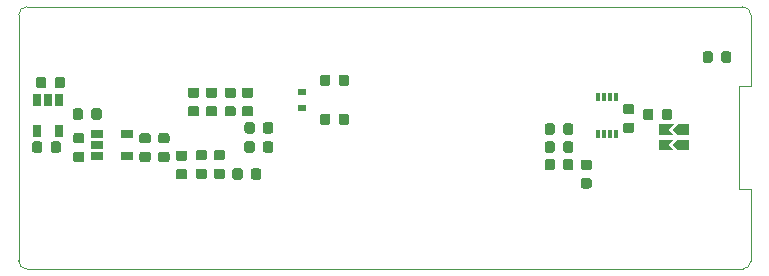
<source format=gbp>
%TF.GenerationSoftware,KiCad,Pcbnew,(5.1.5)-3*%
%TF.CreationDate,2020-06-05T17:01:32-07:00*%
%TF.ProjectId,UPduino_v3.0,55506475-696e-46f5-9f76-332e302e6b69,3.0*%
%TF.SameCoordinates,Original*%
%TF.FileFunction,Paste,Bot*%
%TF.FilePolarity,Positive*%
%FSLAX46Y46*%
G04 Gerber Fmt 4.6, Leading zero omitted, Abs format (unit mm)*
G04 Created by KiCad (PCBNEW (5.1.5)-3) date 2020-06-05 17:01:32*
%MOMM*%
%LPD*%
G04 APERTURE LIST*
%ADD10C,0.050000*%
%ADD11R,0.700000X0.600000*%
%ADD12C,0.100000*%
%ADD13R,0.300000X0.800000*%
%ADD14R,0.650000X1.000000*%
%ADD15R,0.700000X1.000000*%
%ADD16R,1.000000X0.700000*%
%ADD17R,1.000000X0.650000*%
G04 APERTURE END LIST*
D10*
X100000000Y-78480000D02*
G75*
G02X100700000Y-77780000I700000J0D01*
G01*
X161300000Y-77780000D02*
G75*
G02X162000000Y-78480000I0J-700000D01*
G01*
X162000000Y-99300000D02*
G75*
G02X161300000Y-100000000I-700000J0D01*
G01*
X100700000Y-100000000D02*
G75*
G02X100000000Y-99300000I0J700000D01*
G01*
X162000000Y-93200000D02*
X161000000Y-93200000D01*
X162000000Y-84500000D02*
X161000000Y-84500000D01*
X161000000Y-93200000D02*
X161000000Y-84500000D01*
X162000000Y-99300000D02*
X162000000Y-93200000D01*
X100000000Y-78480000D02*
X100000000Y-99300000D01*
X161300000Y-77780000D02*
X100700000Y-77780000D01*
X162000000Y-84500000D02*
X162000000Y-78480000D01*
X100700000Y-100000000D02*
X161300000Y-100000000D01*
D11*
X123988600Y-84990400D03*
X123988600Y-86390400D03*
D12*
G36*
X153552691Y-86426053D02*
G01*
X153573926Y-86429203D01*
X153594750Y-86434419D01*
X153614962Y-86441651D01*
X153634368Y-86450830D01*
X153652781Y-86461866D01*
X153670024Y-86474654D01*
X153685930Y-86489070D01*
X153700346Y-86504976D01*
X153713134Y-86522219D01*
X153724170Y-86540632D01*
X153733349Y-86560038D01*
X153740581Y-86580250D01*
X153745797Y-86601074D01*
X153748947Y-86622309D01*
X153750000Y-86643750D01*
X153750000Y-87156250D01*
X153748947Y-87177691D01*
X153745797Y-87198926D01*
X153740581Y-87219750D01*
X153733349Y-87239962D01*
X153724170Y-87259368D01*
X153713134Y-87277781D01*
X153700346Y-87295024D01*
X153685930Y-87310930D01*
X153670024Y-87325346D01*
X153652781Y-87338134D01*
X153634368Y-87349170D01*
X153614962Y-87358349D01*
X153594750Y-87365581D01*
X153573926Y-87370797D01*
X153552691Y-87373947D01*
X153531250Y-87375000D01*
X153093750Y-87375000D01*
X153072309Y-87373947D01*
X153051074Y-87370797D01*
X153030250Y-87365581D01*
X153010038Y-87358349D01*
X152990632Y-87349170D01*
X152972219Y-87338134D01*
X152954976Y-87325346D01*
X152939070Y-87310930D01*
X152924654Y-87295024D01*
X152911866Y-87277781D01*
X152900830Y-87259368D01*
X152891651Y-87239962D01*
X152884419Y-87219750D01*
X152879203Y-87198926D01*
X152876053Y-87177691D01*
X152875000Y-87156250D01*
X152875000Y-86643750D01*
X152876053Y-86622309D01*
X152879203Y-86601074D01*
X152884419Y-86580250D01*
X152891651Y-86560038D01*
X152900830Y-86540632D01*
X152911866Y-86522219D01*
X152924654Y-86504976D01*
X152939070Y-86489070D01*
X152954976Y-86474654D01*
X152972219Y-86461866D01*
X152990632Y-86450830D01*
X153010038Y-86441651D01*
X153030250Y-86434419D01*
X153051074Y-86429203D01*
X153072309Y-86426053D01*
X153093750Y-86425000D01*
X153531250Y-86425000D01*
X153552691Y-86426053D01*
G37*
G36*
X155127691Y-86426053D02*
G01*
X155148926Y-86429203D01*
X155169750Y-86434419D01*
X155189962Y-86441651D01*
X155209368Y-86450830D01*
X155227781Y-86461866D01*
X155245024Y-86474654D01*
X155260930Y-86489070D01*
X155275346Y-86504976D01*
X155288134Y-86522219D01*
X155299170Y-86540632D01*
X155308349Y-86560038D01*
X155315581Y-86580250D01*
X155320797Y-86601074D01*
X155323947Y-86622309D01*
X155325000Y-86643750D01*
X155325000Y-87156250D01*
X155323947Y-87177691D01*
X155320797Y-87198926D01*
X155315581Y-87219750D01*
X155308349Y-87239962D01*
X155299170Y-87259368D01*
X155288134Y-87277781D01*
X155275346Y-87295024D01*
X155260930Y-87310930D01*
X155245024Y-87325346D01*
X155227781Y-87338134D01*
X155209368Y-87349170D01*
X155189962Y-87358349D01*
X155169750Y-87365581D01*
X155148926Y-87370797D01*
X155127691Y-87373947D01*
X155106250Y-87375000D01*
X154668750Y-87375000D01*
X154647309Y-87373947D01*
X154626074Y-87370797D01*
X154605250Y-87365581D01*
X154585038Y-87358349D01*
X154565632Y-87349170D01*
X154547219Y-87338134D01*
X154529976Y-87325346D01*
X154514070Y-87310930D01*
X154499654Y-87295024D01*
X154486866Y-87277781D01*
X154475830Y-87259368D01*
X154466651Y-87239962D01*
X154459419Y-87219750D01*
X154454203Y-87198926D01*
X154451053Y-87177691D01*
X154450000Y-87156250D01*
X154450000Y-86643750D01*
X154451053Y-86622309D01*
X154454203Y-86601074D01*
X154459419Y-86580250D01*
X154466651Y-86560038D01*
X154475830Y-86540632D01*
X154486866Y-86522219D01*
X154499654Y-86504976D01*
X154514070Y-86489070D01*
X154529976Y-86474654D01*
X154547219Y-86461866D01*
X154565632Y-86450830D01*
X154585038Y-86441651D01*
X154605250Y-86434419D01*
X154626074Y-86429203D01*
X154647309Y-86426053D01*
X154668750Y-86425000D01*
X155106250Y-86425000D01*
X155127691Y-86426053D01*
G37*
G36*
X120344191Y-91474053D02*
G01*
X120365426Y-91477203D01*
X120386250Y-91482419D01*
X120406462Y-91489651D01*
X120425868Y-91498830D01*
X120444281Y-91509866D01*
X120461524Y-91522654D01*
X120477430Y-91537070D01*
X120491846Y-91552976D01*
X120504634Y-91570219D01*
X120515670Y-91588632D01*
X120524849Y-91608038D01*
X120532081Y-91628250D01*
X120537297Y-91649074D01*
X120540447Y-91670309D01*
X120541500Y-91691750D01*
X120541500Y-92204250D01*
X120540447Y-92225691D01*
X120537297Y-92246926D01*
X120532081Y-92267750D01*
X120524849Y-92287962D01*
X120515670Y-92307368D01*
X120504634Y-92325781D01*
X120491846Y-92343024D01*
X120477430Y-92358930D01*
X120461524Y-92373346D01*
X120444281Y-92386134D01*
X120425868Y-92397170D01*
X120406462Y-92406349D01*
X120386250Y-92413581D01*
X120365426Y-92418797D01*
X120344191Y-92421947D01*
X120322750Y-92423000D01*
X119885250Y-92423000D01*
X119863809Y-92421947D01*
X119842574Y-92418797D01*
X119821750Y-92413581D01*
X119801538Y-92406349D01*
X119782132Y-92397170D01*
X119763719Y-92386134D01*
X119746476Y-92373346D01*
X119730570Y-92358930D01*
X119716154Y-92343024D01*
X119703366Y-92325781D01*
X119692330Y-92307368D01*
X119683151Y-92287962D01*
X119675919Y-92267750D01*
X119670703Y-92246926D01*
X119667553Y-92225691D01*
X119666500Y-92204250D01*
X119666500Y-91691750D01*
X119667553Y-91670309D01*
X119670703Y-91649074D01*
X119675919Y-91628250D01*
X119683151Y-91608038D01*
X119692330Y-91588632D01*
X119703366Y-91570219D01*
X119716154Y-91552976D01*
X119730570Y-91537070D01*
X119746476Y-91522654D01*
X119763719Y-91509866D01*
X119782132Y-91498830D01*
X119801538Y-91489651D01*
X119821750Y-91482419D01*
X119842574Y-91477203D01*
X119863809Y-91474053D01*
X119885250Y-91473000D01*
X120322750Y-91473000D01*
X120344191Y-91474053D01*
G37*
G36*
X118769191Y-91474053D02*
G01*
X118790426Y-91477203D01*
X118811250Y-91482419D01*
X118831462Y-91489651D01*
X118850868Y-91498830D01*
X118869281Y-91509866D01*
X118886524Y-91522654D01*
X118902430Y-91537070D01*
X118916846Y-91552976D01*
X118929634Y-91570219D01*
X118940670Y-91588632D01*
X118949849Y-91608038D01*
X118957081Y-91628250D01*
X118962297Y-91649074D01*
X118965447Y-91670309D01*
X118966500Y-91691750D01*
X118966500Y-92204250D01*
X118965447Y-92225691D01*
X118962297Y-92246926D01*
X118957081Y-92267750D01*
X118949849Y-92287962D01*
X118940670Y-92307368D01*
X118929634Y-92325781D01*
X118916846Y-92343024D01*
X118902430Y-92358930D01*
X118886524Y-92373346D01*
X118869281Y-92386134D01*
X118850868Y-92397170D01*
X118831462Y-92406349D01*
X118811250Y-92413581D01*
X118790426Y-92418797D01*
X118769191Y-92421947D01*
X118747750Y-92423000D01*
X118310250Y-92423000D01*
X118288809Y-92421947D01*
X118267574Y-92418797D01*
X118246750Y-92413581D01*
X118226538Y-92406349D01*
X118207132Y-92397170D01*
X118188719Y-92386134D01*
X118171476Y-92373346D01*
X118155570Y-92358930D01*
X118141154Y-92343024D01*
X118128366Y-92325781D01*
X118117330Y-92307368D01*
X118108151Y-92287962D01*
X118100919Y-92267750D01*
X118095703Y-92246926D01*
X118092553Y-92225691D01*
X118091500Y-92204250D01*
X118091500Y-91691750D01*
X118092553Y-91670309D01*
X118095703Y-91649074D01*
X118100919Y-91628250D01*
X118108151Y-91608038D01*
X118117330Y-91588632D01*
X118128366Y-91570219D01*
X118141154Y-91552976D01*
X118155570Y-91537070D01*
X118171476Y-91522654D01*
X118188719Y-91509866D01*
X118207132Y-91498830D01*
X118226538Y-91489651D01*
X118246750Y-91482419D01*
X118267574Y-91477203D01*
X118288809Y-91474053D01*
X118310250Y-91473000D01*
X118747750Y-91473000D01*
X118769191Y-91474053D01*
G37*
G36*
X145202691Y-87664053D02*
G01*
X145223926Y-87667203D01*
X145244750Y-87672419D01*
X145264962Y-87679651D01*
X145284368Y-87688830D01*
X145302781Y-87699866D01*
X145320024Y-87712654D01*
X145335930Y-87727070D01*
X145350346Y-87742976D01*
X145363134Y-87760219D01*
X145374170Y-87778632D01*
X145383349Y-87798038D01*
X145390581Y-87818250D01*
X145395797Y-87839074D01*
X145398947Y-87860309D01*
X145400000Y-87881750D01*
X145400000Y-88394250D01*
X145398947Y-88415691D01*
X145395797Y-88436926D01*
X145390581Y-88457750D01*
X145383349Y-88477962D01*
X145374170Y-88497368D01*
X145363134Y-88515781D01*
X145350346Y-88533024D01*
X145335930Y-88548930D01*
X145320024Y-88563346D01*
X145302781Y-88576134D01*
X145284368Y-88587170D01*
X145264962Y-88596349D01*
X145244750Y-88603581D01*
X145223926Y-88608797D01*
X145202691Y-88611947D01*
X145181250Y-88613000D01*
X144743750Y-88613000D01*
X144722309Y-88611947D01*
X144701074Y-88608797D01*
X144680250Y-88603581D01*
X144660038Y-88596349D01*
X144640632Y-88587170D01*
X144622219Y-88576134D01*
X144604976Y-88563346D01*
X144589070Y-88548930D01*
X144574654Y-88533024D01*
X144561866Y-88515781D01*
X144550830Y-88497368D01*
X144541651Y-88477962D01*
X144534419Y-88457750D01*
X144529203Y-88436926D01*
X144526053Y-88415691D01*
X144525000Y-88394250D01*
X144525000Y-87881750D01*
X144526053Y-87860309D01*
X144529203Y-87839074D01*
X144534419Y-87818250D01*
X144541651Y-87798038D01*
X144550830Y-87778632D01*
X144561866Y-87760219D01*
X144574654Y-87742976D01*
X144589070Y-87727070D01*
X144604976Y-87712654D01*
X144622219Y-87699866D01*
X144640632Y-87688830D01*
X144660038Y-87679651D01*
X144680250Y-87672419D01*
X144701074Y-87667203D01*
X144722309Y-87664053D01*
X144743750Y-87663000D01*
X145181250Y-87663000D01*
X145202691Y-87664053D01*
G37*
G36*
X146777691Y-87664053D02*
G01*
X146798926Y-87667203D01*
X146819750Y-87672419D01*
X146839962Y-87679651D01*
X146859368Y-87688830D01*
X146877781Y-87699866D01*
X146895024Y-87712654D01*
X146910930Y-87727070D01*
X146925346Y-87742976D01*
X146938134Y-87760219D01*
X146949170Y-87778632D01*
X146958349Y-87798038D01*
X146965581Y-87818250D01*
X146970797Y-87839074D01*
X146973947Y-87860309D01*
X146975000Y-87881750D01*
X146975000Y-88394250D01*
X146973947Y-88415691D01*
X146970797Y-88436926D01*
X146965581Y-88457750D01*
X146958349Y-88477962D01*
X146949170Y-88497368D01*
X146938134Y-88515781D01*
X146925346Y-88533024D01*
X146910930Y-88548930D01*
X146895024Y-88563346D01*
X146877781Y-88576134D01*
X146859368Y-88587170D01*
X146839962Y-88596349D01*
X146819750Y-88603581D01*
X146798926Y-88608797D01*
X146777691Y-88611947D01*
X146756250Y-88613000D01*
X146318750Y-88613000D01*
X146297309Y-88611947D01*
X146276074Y-88608797D01*
X146255250Y-88603581D01*
X146235038Y-88596349D01*
X146215632Y-88587170D01*
X146197219Y-88576134D01*
X146179976Y-88563346D01*
X146164070Y-88548930D01*
X146149654Y-88533024D01*
X146136866Y-88515781D01*
X146125830Y-88497368D01*
X146116651Y-88477962D01*
X146109419Y-88457750D01*
X146104203Y-88436926D01*
X146101053Y-88415691D01*
X146100000Y-88394250D01*
X146100000Y-87881750D01*
X146101053Y-87860309D01*
X146104203Y-87839074D01*
X146109419Y-87818250D01*
X146116651Y-87798038D01*
X146125830Y-87778632D01*
X146136866Y-87760219D01*
X146149654Y-87742976D01*
X146164070Y-87727070D01*
X146179976Y-87712654D01*
X146197219Y-87699866D01*
X146215632Y-87688830D01*
X146235038Y-87679651D01*
X146255250Y-87672419D01*
X146276074Y-87667203D01*
X146297309Y-87664053D01*
X146318750Y-87663000D01*
X146756250Y-87663000D01*
X146777691Y-87664053D01*
G37*
G36*
X148327691Y-92301053D02*
G01*
X148348926Y-92304203D01*
X148369750Y-92309419D01*
X148389962Y-92316651D01*
X148409368Y-92325830D01*
X148427781Y-92336866D01*
X148445024Y-92349654D01*
X148460930Y-92364070D01*
X148475346Y-92379976D01*
X148488134Y-92397219D01*
X148499170Y-92415632D01*
X148508349Y-92435038D01*
X148515581Y-92455250D01*
X148520797Y-92476074D01*
X148523947Y-92497309D01*
X148525000Y-92518750D01*
X148525000Y-92956250D01*
X148523947Y-92977691D01*
X148520797Y-92998926D01*
X148515581Y-93019750D01*
X148508349Y-93039962D01*
X148499170Y-93059368D01*
X148488134Y-93077781D01*
X148475346Y-93095024D01*
X148460930Y-93110930D01*
X148445024Y-93125346D01*
X148427781Y-93138134D01*
X148409368Y-93149170D01*
X148389962Y-93158349D01*
X148369750Y-93165581D01*
X148348926Y-93170797D01*
X148327691Y-93173947D01*
X148306250Y-93175000D01*
X147793750Y-93175000D01*
X147772309Y-93173947D01*
X147751074Y-93170797D01*
X147730250Y-93165581D01*
X147710038Y-93158349D01*
X147690632Y-93149170D01*
X147672219Y-93138134D01*
X147654976Y-93125346D01*
X147639070Y-93110930D01*
X147624654Y-93095024D01*
X147611866Y-93077781D01*
X147600830Y-93059368D01*
X147591651Y-93039962D01*
X147584419Y-93019750D01*
X147579203Y-92998926D01*
X147576053Y-92977691D01*
X147575000Y-92956250D01*
X147575000Y-92518750D01*
X147576053Y-92497309D01*
X147579203Y-92476074D01*
X147584419Y-92455250D01*
X147591651Y-92435038D01*
X147600830Y-92415632D01*
X147611866Y-92397219D01*
X147624654Y-92379976D01*
X147639070Y-92364070D01*
X147654976Y-92349654D01*
X147672219Y-92336866D01*
X147690632Y-92325830D01*
X147710038Y-92316651D01*
X147730250Y-92309419D01*
X147751074Y-92304203D01*
X147772309Y-92301053D01*
X147793750Y-92300000D01*
X148306250Y-92300000D01*
X148327691Y-92301053D01*
G37*
G36*
X148327691Y-90726053D02*
G01*
X148348926Y-90729203D01*
X148369750Y-90734419D01*
X148389962Y-90741651D01*
X148409368Y-90750830D01*
X148427781Y-90761866D01*
X148445024Y-90774654D01*
X148460930Y-90789070D01*
X148475346Y-90804976D01*
X148488134Y-90822219D01*
X148499170Y-90840632D01*
X148508349Y-90860038D01*
X148515581Y-90880250D01*
X148520797Y-90901074D01*
X148523947Y-90922309D01*
X148525000Y-90943750D01*
X148525000Y-91381250D01*
X148523947Y-91402691D01*
X148520797Y-91423926D01*
X148515581Y-91444750D01*
X148508349Y-91464962D01*
X148499170Y-91484368D01*
X148488134Y-91502781D01*
X148475346Y-91520024D01*
X148460930Y-91535930D01*
X148445024Y-91550346D01*
X148427781Y-91563134D01*
X148409368Y-91574170D01*
X148389962Y-91583349D01*
X148369750Y-91590581D01*
X148348926Y-91595797D01*
X148327691Y-91598947D01*
X148306250Y-91600000D01*
X147793750Y-91600000D01*
X147772309Y-91598947D01*
X147751074Y-91595797D01*
X147730250Y-91590581D01*
X147710038Y-91583349D01*
X147690632Y-91574170D01*
X147672219Y-91563134D01*
X147654976Y-91550346D01*
X147639070Y-91535930D01*
X147624654Y-91520024D01*
X147611866Y-91502781D01*
X147600830Y-91484368D01*
X147591651Y-91464962D01*
X147584419Y-91444750D01*
X147579203Y-91423926D01*
X147576053Y-91402691D01*
X147575000Y-91381250D01*
X147575000Y-90943750D01*
X147576053Y-90922309D01*
X147579203Y-90901074D01*
X147584419Y-90880250D01*
X147591651Y-90860038D01*
X147600830Y-90840632D01*
X147611866Y-90822219D01*
X147624654Y-90804976D01*
X147639070Y-90789070D01*
X147654976Y-90774654D01*
X147672219Y-90761866D01*
X147690632Y-90750830D01*
X147710038Y-90741651D01*
X147730250Y-90734419D01*
X147751074Y-90729203D01*
X147772309Y-90726053D01*
X147793750Y-90725000D01*
X148306250Y-90725000D01*
X148327691Y-90726053D01*
G37*
G36*
X105252691Y-86394053D02*
G01*
X105273926Y-86397203D01*
X105294750Y-86402419D01*
X105314962Y-86409651D01*
X105334368Y-86418830D01*
X105352781Y-86429866D01*
X105370024Y-86442654D01*
X105385930Y-86457070D01*
X105400346Y-86472976D01*
X105413134Y-86490219D01*
X105424170Y-86508632D01*
X105433349Y-86528038D01*
X105440581Y-86548250D01*
X105445797Y-86569074D01*
X105448947Y-86590309D01*
X105450000Y-86611750D01*
X105450000Y-87124250D01*
X105448947Y-87145691D01*
X105445797Y-87166926D01*
X105440581Y-87187750D01*
X105433349Y-87207962D01*
X105424170Y-87227368D01*
X105413134Y-87245781D01*
X105400346Y-87263024D01*
X105385930Y-87278930D01*
X105370024Y-87293346D01*
X105352781Y-87306134D01*
X105334368Y-87317170D01*
X105314962Y-87326349D01*
X105294750Y-87333581D01*
X105273926Y-87338797D01*
X105252691Y-87341947D01*
X105231250Y-87343000D01*
X104793750Y-87343000D01*
X104772309Y-87341947D01*
X104751074Y-87338797D01*
X104730250Y-87333581D01*
X104710038Y-87326349D01*
X104690632Y-87317170D01*
X104672219Y-87306134D01*
X104654976Y-87293346D01*
X104639070Y-87278930D01*
X104624654Y-87263024D01*
X104611866Y-87245781D01*
X104600830Y-87227368D01*
X104591651Y-87207962D01*
X104584419Y-87187750D01*
X104579203Y-87166926D01*
X104576053Y-87145691D01*
X104575000Y-87124250D01*
X104575000Y-86611750D01*
X104576053Y-86590309D01*
X104579203Y-86569074D01*
X104584419Y-86548250D01*
X104591651Y-86528038D01*
X104600830Y-86508632D01*
X104611866Y-86490219D01*
X104624654Y-86472976D01*
X104639070Y-86457070D01*
X104654976Y-86442654D01*
X104672219Y-86429866D01*
X104690632Y-86418830D01*
X104710038Y-86409651D01*
X104730250Y-86402419D01*
X104751074Y-86397203D01*
X104772309Y-86394053D01*
X104793750Y-86393000D01*
X105231250Y-86393000D01*
X105252691Y-86394053D01*
G37*
G36*
X106827691Y-86394053D02*
G01*
X106848926Y-86397203D01*
X106869750Y-86402419D01*
X106889962Y-86409651D01*
X106909368Y-86418830D01*
X106927781Y-86429866D01*
X106945024Y-86442654D01*
X106960930Y-86457070D01*
X106975346Y-86472976D01*
X106988134Y-86490219D01*
X106999170Y-86508632D01*
X107008349Y-86528038D01*
X107015581Y-86548250D01*
X107020797Y-86569074D01*
X107023947Y-86590309D01*
X107025000Y-86611750D01*
X107025000Y-87124250D01*
X107023947Y-87145691D01*
X107020797Y-87166926D01*
X107015581Y-87187750D01*
X107008349Y-87207962D01*
X106999170Y-87227368D01*
X106988134Y-87245781D01*
X106975346Y-87263024D01*
X106960930Y-87278930D01*
X106945024Y-87293346D01*
X106927781Y-87306134D01*
X106909368Y-87317170D01*
X106889962Y-87326349D01*
X106869750Y-87333581D01*
X106848926Y-87338797D01*
X106827691Y-87341947D01*
X106806250Y-87343000D01*
X106368750Y-87343000D01*
X106347309Y-87341947D01*
X106326074Y-87338797D01*
X106305250Y-87333581D01*
X106285038Y-87326349D01*
X106265632Y-87317170D01*
X106247219Y-87306134D01*
X106229976Y-87293346D01*
X106214070Y-87278930D01*
X106199654Y-87263024D01*
X106186866Y-87245781D01*
X106175830Y-87227368D01*
X106166651Y-87207962D01*
X106159419Y-87187750D01*
X106154203Y-87166926D01*
X106151053Y-87145691D01*
X106150000Y-87124250D01*
X106150000Y-86611750D01*
X106151053Y-86590309D01*
X106154203Y-86569074D01*
X106159419Y-86548250D01*
X106166651Y-86528038D01*
X106175830Y-86508632D01*
X106186866Y-86490219D01*
X106199654Y-86472976D01*
X106214070Y-86457070D01*
X106229976Y-86442654D01*
X106247219Y-86429866D01*
X106265632Y-86418830D01*
X106285038Y-86409651D01*
X106305250Y-86402419D01*
X106326074Y-86397203D01*
X106347309Y-86394053D01*
X106368750Y-86393000D01*
X106806250Y-86393000D01*
X106827691Y-86394053D01*
G37*
G36*
X127773691Y-83540053D02*
G01*
X127794926Y-83543203D01*
X127815750Y-83548419D01*
X127835962Y-83555651D01*
X127855368Y-83564830D01*
X127873781Y-83575866D01*
X127891024Y-83588654D01*
X127906930Y-83603070D01*
X127921346Y-83618976D01*
X127934134Y-83636219D01*
X127945170Y-83654632D01*
X127954349Y-83674038D01*
X127961581Y-83694250D01*
X127966797Y-83715074D01*
X127969947Y-83736309D01*
X127971000Y-83757750D01*
X127971000Y-84270250D01*
X127969947Y-84291691D01*
X127966797Y-84312926D01*
X127961581Y-84333750D01*
X127954349Y-84353962D01*
X127945170Y-84373368D01*
X127934134Y-84391781D01*
X127921346Y-84409024D01*
X127906930Y-84424930D01*
X127891024Y-84439346D01*
X127873781Y-84452134D01*
X127855368Y-84463170D01*
X127835962Y-84472349D01*
X127815750Y-84479581D01*
X127794926Y-84484797D01*
X127773691Y-84487947D01*
X127752250Y-84489000D01*
X127314750Y-84489000D01*
X127293309Y-84487947D01*
X127272074Y-84484797D01*
X127251250Y-84479581D01*
X127231038Y-84472349D01*
X127211632Y-84463170D01*
X127193219Y-84452134D01*
X127175976Y-84439346D01*
X127160070Y-84424930D01*
X127145654Y-84409024D01*
X127132866Y-84391781D01*
X127121830Y-84373368D01*
X127112651Y-84353962D01*
X127105419Y-84333750D01*
X127100203Y-84312926D01*
X127097053Y-84291691D01*
X127096000Y-84270250D01*
X127096000Y-83757750D01*
X127097053Y-83736309D01*
X127100203Y-83715074D01*
X127105419Y-83694250D01*
X127112651Y-83674038D01*
X127121830Y-83654632D01*
X127132866Y-83636219D01*
X127145654Y-83618976D01*
X127160070Y-83603070D01*
X127175976Y-83588654D01*
X127193219Y-83575866D01*
X127211632Y-83564830D01*
X127231038Y-83555651D01*
X127251250Y-83548419D01*
X127272074Y-83543203D01*
X127293309Y-83540053D01*
X127314750Y-83539000D01*
X127752250Y-83539000D01*
X127773691Y-83540053D01*
G37*
G36*
X126198691Y-83540053D02*
G01*
X126219926Y-83543203D01*
X126240750Y-83548419D01*
X126260962Y-83555651D01*
X126280368Y-83564830D01*
X126298781Y-83575866D01*
X126316024Y-83588654D01*
X126331930Y-83603070D01*
X126346346Y-83618976D01*
X126359134Y-83636219D01*
X126370170Y-83654632D01*
X126379349Y-83674038D01*
X126386581Y-83694250D01*
X126391797Y-83715074D01*
X126394947Y-83736309D01*
X126396000Y-83757750D01*
X126396000Y-84270250D01*
X126394947Y-84291691D01*
X126391797Y-84312926D01*
X126386581Y-84333750D01*
X126379349Y-84353962D01*
X126370170Y-84373368D01*
X126359134Y-84391781D01*
X126346346Y-84409024D01*
X126331930Y-84424930D01*
X126316024Y-84439346D01*
X126298781Y-84452134D01*
X126280368Y-84463170D01*
X126260962Y-84472349D01*
X126240750Y-84479581D01*
X126219926Y-84484797D01*
X126198691Y-84487947D01*
X126177250Y-84489000D01*
X125739750Y-84489000D01*
X125718309Y-84487947D01*
X125697074Y-84484797D01*
X125676250Y-84479581D01*
X125656038Y-84472349D01*
X125636632Y-84463170D01*
X125618219Y-84452134D01*
X125600976Y-84439346D01*
X125585070Y-84424930D01*
X125570654Y-84409024D01*
X125557866Y-84391781D01*
X125546830Y-84373368D01*
X125537651Y-84353962D01*
X125530419Y-84333750D01*
X125525203Y-84312926D01*
X125522053Y-84291691D01*
X125521000Y-84270250D01*
X125521000Y-83757750D01*
X125522053Y-83736309D01*
X125525203Y-83715074D01*
X125530419Y-83694250D01*
X125537651Y-83674038D01*
X125546830Y-83654632D01*
X125557866Y-83636219D01*
X125570654Y-83618976D01*
X125585070Y-83603070D01*
X125600976Y-83588654D01*
X125618219Y-83575866D01*
X125636632Y-83564830D01*
X125656038Y-83555651D01*
X125676250Y-83548419D01*
X125697074Y-83543203D01*
X125718309Y-83540053D01*
X125739750Y-83539000D01*
X126177250Y-83539000D01*
X126198691Y-83540053D01*
G37*
G36*
X110977691Y-88476053D02*
G01*
X110998926Y-88479203D01*
X111019750Y-88484419D01*
X111039962Y-88491651D01*
X111059368Y-88500830D01*
X111077781Y-88511866D01*
X111095024Y-88524654D01*
X111110930Y-88539070D01*
X111125346Y-88554976D01*
X111138134Y-88572219D01*
X111149170Y-88590632D01*
X111158349Y-88610038D01*
X111165581Y-88630250D01*
X111170797Y-88651074D01*
X111173947Y-88672309D01*
X111175000Y-88693750D01*
X111175000Y-89131250D01*
X111173947Y-89152691D01*
X111170797Y-89173926D01*
X111165581Y-89194750D01*
X111158349Y-89214962D01*
X111149170Y-89234368D01*
X111138134Y-89252781D01*
X111125346Y-89270024D01*
X111110930Y-89285930D01*
X111095024Y-89300346D01*
X111077781Y-89313134D01*
X111059368Y-89324170D01*
X111039962Y-89333349D01*
X111019750Y-89340581D01*
X110998926Y-89345797D01*
X110977691Y-89348947D01*
X110956250Y-89350000D01*
X110443750Y-89350000D01*
X110422309Y-89348947D01*
X110401074Y-89345797D01*
X110380250Y-89340581D01*
X110360038Y-89333349D01*
X110340632Y-89324170D01*
X110322219Y-89313134D01*
X110304976Y-89300346D01*
X110289070Y-89285930D01*
X110274654Y-89270024D01*
X110261866Y-89252781D01*
X110250830Y-89234368D01*
X110241651Y-89214962D01*
X110234419Y-89194750D01*
X110229203Y-89173926D01*
X110226053Y-89152691D01*
X110225000Y-89131250D01*
X110225000Y-88693750D01*
X110226053Y-88672309D01*
X110229203Y-88651074D01*
X110234419Y-88630250D01*
X110241651Y-88610038D01*
X110250830Y-88590632D01*
X110261866Y-88572219D01*
X110274654Y-88554976D01*
X110289070Y-88539070D01*
X110304976Y-88524654D01*
X110322219Y-88511866D01*
X110340632Y-88500830D01*
X110360038Y-88491651D01*
X110380250Y-88484419D01*
X110401074Y-88479203D01*
X110422309Y-88476053D01*
X110443750Y-88475000D01*
X110956250Y-88475000D01*
X110977691Y-88476053D01*
G37*
G36*
X110977691Y-90051053D02*
G01*
X110998926Y-90054203D01*
X111019750Y-90059419D01*
X111039962Y-90066651D01*
X111059368Y-90075830D01*
X111077781Y-90086866D01*
X111095024Y-90099654D01*
X111110930Y-90114070D01*
X111125346Y-90129976D01*
X111138134Y-90147219D01*
X111149170Y-90165632D01*
X111158349Y-90185038D01*
X111165581Y-90205250D01*
X111170797Y-90226074D01*
X111173947Y-90247309D01*
X111175000Y-90268750D01*
X111175000Y-90706250D01*
X111173947Y-90727691D01*
X111170797Y-90748926D01*
X111165581Y-90769750D01*
X111158349Y-90789962D01*
X111149170Y-90809368D01*
X111138134Y-90827781D01*
X111125346Y-90845024D01*
X111110930Y-90860930D01*
X111095024Y-90875346D01*
X111077781Y-90888134D01*
X111059368Y-90899170D01*
X111039962Y-90908349D01*
X111019750Y-90915581D01*
X110998926Y-90920797D01*
X110977691Y-90923947D01*
X110956250Y-90925000D01*
X110443750Y-90925000D01*
X110422309Y-90923947D01*
X110401074Y-90920797D01*
X110380250Y-90915581D01*
X110360038Y-90908349D01*
X110340632Y-90899170D01*
X110322219Y-90888134D01*
X110304976Y-90875346D01*
X110289070Y-90860930D01*
X110274654Y-90845024D01*
X110261866Y-90827781D01*
X110250830Y-90809368D01*
X110241651Y-90789962D01*
X110234419Y-90769750D01*
X110229203Y-90748926D01*
X110226053Y-90727691D01*
X110225000Y-90706250D01*
X110225000Y-90268750D01*
X110226053Y-90247309D01*
X110229203Y-90226074D01*
X110234419Y-90205250D01*
X110241651Y-90185038D01*
X110250830Y-90165632D01*
X110261866Y-90147219D01*
X110274654Y-90129976D01*
X110289070Y-90114070D01*
X110304976Y-90099654D01*
X110322219Y-90086866D01*
X110340632Y-90075830D01*
X110360038Y-90066651D01*
X110380250Y-90059419D01*
X110401074Y-90054203D01*
X110422309Y-90051053D01*
X110443750Y-90050000D01*
X110956250Y-90050000D01*
X110977691Y-90051053D01*
G37*
G36*
X145202691Y-90676053D02*
G01*
X145223926Y-90679203D01*
X145244750Y-90684419D01*
X145264962Y-90691651D01*
X145284368Y-90700830D01*
X145302781Y-90711866D01*
X145320024Y-90724654D01*
X145335930Y-90739070D01*
X145350346Y-90754976D01*
X145363134Y-90772219D01*
X145374170Y-90790632D01*
X145383349Y-90810038D01*
X145390581Y-90830250D01*
X145395797Y-90851074D01*
X145398947Y-90872309D01*
X145400000Y-90893750D01*
X145400000Y-91406250D01*
X145398947Y-91427691D01*
X145395797Y-91448926D01*
X145390581Y-91469750D01*
X145383349Y-91489962D01*
X145374170Y-91509368D01*
X145363134Y-91527781D01*
X145350346Y-91545024D01*
X145335930Y-91560930D01*
X145320024Y-91575346D01*
X145302781Y-91588134D01*
X145284368Y-91599170D01*
X145264962Y-91608349D01*
X145244750Y-91615581D01*
X145223926Y-91620797D01*
X145202691Y-91623947D01*
X145181250Y-91625000D01*
X144743750Y-91625000D01*
X144722309Y-91623947D01*
X144701074Y-91620797D01*
X144680250Y-91615581D01*
X144660038Y-91608349D01*
X144640632Y-91599170D01*
X144622219Y-91588134D01*
X144604976Y-91575346D01*
X144589070Y-91560930D01*
X144574654Y-91545024D01*
X144561866Y-91527781D01*
X144550830Y-91509368D01*
X144541651Y-91489962D01*
X144534419Y-91469750D01*
X144529203Y-91448926D01*
X144526053Y-91427691D01*
X144525000Y-91406250D01*
X144525000Y-90893750D01*
X144526053Y-90872309D01*
X144529203Y-90851074D01*
X144534419Y-90830250D01*
X144541651Y-90810038D01*
X144550830Y-90790632D01*
X144561866Y-90772219D01*
X144574654Y-90754976D01*
X144589070Y-90739070D01*
X144604976Y-90724654D01*
X144622219Y-90711866D01*
X144640632Y-90700830D01*
X144660038Y-90691651D01*
X144680250Y-90684419D01*
X144701074Y-90679203D01*
X144722309Y-90676053D01*
X144743750Y-90675000D01*
X145181250Y-90675000D01*
X145202691Y-90676053D01*
G37*
G36*
X146777691Y-90676053D02*
G01*
X146798926Y-90679203D01*
X146819750Y-90684419D01*
X146839962Y-90691651D01*
X146859368Y-90700830D01*
X146877781Y-90711866D01*
X146895024Y-90724654D01*
X146910930Y-90739070D01*
X146925346Y-90754976D01*
X146938134Y-90772219D01*
X146949170Y-90790632D01*
X146958349Y-90810038D01*
X146965581Y-90830250D01*
X146970797Y-90851074D01*
X146973947Y-90872309D01*
X146975000Y-90893750D01*
X146975000Y-91406250D01*
X146973947Y-91427691D01*
X146970797Y-91448926D01*
X146965581Y-91469750D01*
X146958349Y-91489962D01*
X146949170Y-91509368D01*
X146938134Y-91527781D01*
X146925346Y-91545024D01*
X146910930Y-91560930D01*
X146895024Y-91575346D01*
X146877781Y-91588134D01*
X146859368Y-91599170D01*
X146839962Y-91608349D01*
X146819750Y-91615581D01*
X146798926Y-91620797D01*
X146777691Y-91623947D01*
X146756250Y-91625000D01*
X146318750Y-91625000D01*
X146297309Y-91623947D01*
X146276074Y-91620797D01*
X146255250Y-91615581D01*
X146235038Y-91608349D01*
X146215632Y-91599170D01*
X146197219Y-91588134D01*
X146179976Y-91575346D01*
X146164070Y-91560930D01*
X146149654Y-91545024D01*
X146136866Y-91527781D01*
X146125830Y-91509368D01*
X146116651Y-91489962D01*
X146109419Y-91469750D01*
X146104203Y-91448926D01*
X146101053Y-91427691D01*
X146100000Y-91406250D01*
X146100000Y-90893750D01*
X146101053Y-90872309D01*
X146104203Y-90851074D01*
X146109419Y-90830250D01*
X146116651Y-90810038D01*
X146125830Y-90790632D01*
X146136866Y-90772219D01*
X146149654Y-90754976D01*
X146164070Y-90739070D01*
X146179976Y-90724654D01*
X146197219Y-90711866D01*
X146215632Y-90700830D01*
X146235038Y-90691651D01*
X146255250Y-90684419D01*
X146276074Y-90679203D01*
X146297309Y-90676053D01*
X146318750Y-90675000D01*
X146756250Y-90675000D01*
X146777691Y-90676053D01*
G37*
G36*
X160158691Y-81568053D02*
G01*
X160179926Y-81571203D01*
X160200750Y-81576419D01*
X160220962Y-81583651D01*
X160240368Y-81592830D01*
X160258781Y-81603866D01*
X160276024Y-81616654D01*
X160291930Y-81631070D01*
X160306346Y-81646976D01*
X160319134Y-81664219D01*
X160330170Y-81682632D01*
X160339349Y-81702038D01*
X160346581Y-81722250D01*
X160351797Y-81743074D01*
X160354947Y-81764309D01*
X160356000Y-81785750D01*
X160356000Y-82298250D01*
X160354947Y-82319691D01*
X160351797Y-82340926D01*
X160346581Y-82361750D01*
X160339349Y-82381962D01*
X160330170Y-82401368D01*
X160319134Y-82419781D01*
X160306346Y-82437024D01*
X160291930Y-82452930D01*
X160276024Y-82467346D01*
X160258781Y-82480134D01*
X160240368Y-82491170D01*
X160220962Y-82500349D01*
X160200750Y-82507581D01*
X160179926Y-82512797D01*
X160158691Y-82515947D01*
X160137250Y-82517000D01*
X159699750Y-82517000D01*
X159678309Y-82515947D01*
X159657074Y-82512797D01*
X159636250Y-82507581D01*
X159616038Y-82500349D01*
X159596632Y-82491170D01*
X159578219Y-82480134D01*
X159560976Y-82467346D01*
X159545070Y-82452930D01*
X159530654Y-82437024D01*
X159517866Y-82419781D01*
X159506830Y-82401368D01*
X159497651Y-82381962D01*
X159490419Y-82361750D01*
X159485203Y-82340926D01*
X159482053Y-82319691D01*
X159481000Y-82298250D01*
X159481000Y-81785750D01*
X159482053Y-81764309D01*
X159485203Y-81743074D01*
X159490419Y-81722250D01*
X159497651Y-81702038D01*
X159506830Y-81682632D01*
X159517866Y-81664219D01*
X159530654Y-81646976D01*
X159545070Y-81631070D01*
X159560976Y-81616654D01*
X159578219Y-81603866D01*
X159596632Y-81592830D01*
X159616038Y-81583651D01*
X159636250Y-81576419D01*
X159657074Y-81571203D01*
X159678309Y-81568053D01*
X159699750Y-81567000D01*
X160137250Y-81567000D01*
X160158691Y-81568053D01*
G37*
G36*
X158583691Y-81568053D02*
G01*
X158604926Y-81571203D01*
X158625750Y-81576419D01*
X158645962Y-81583651D01*
X158665368Y-81592830D01*
X158683781Y-81603866D01*
X158701024Y-81616654D01*
X158716930Y-81631070D01*
X158731346Y-81646976D01*
X158744134Y-81664219D01*
X158755170Y-81682632D01*
X158764349Y-81702038D01*
X158771581Y-81722250D01*
X158776797Y-81743074D01*
X158779947Y-81764309D01*
X158781000Y-81785750D01*
X158781000Y-82298250D01*
X158779947Y-82319691D01*
X158776797Y-82340926D01*
X158771581Y-82361750D01*
X158764349Y-82381962D01*
X158755170Y-82401368D01*
X158744134Y-82419781D01*
X158731346Y-82437024D01*
X158716930Y-82452930D01*
X158701024Y-82467346D01*
X158683781Y-82480134D01*
X158665368Y-82491170D01*
X158645962Y-82500349D01*
X158625750Y-82507581D01*
X158604926Y-82512797D01*
X158583691Y-82515947D01*
X158562250Y-82517000D01*
X158124750Y-82517000D01*
X158103309Y-82515947D01*
X158082074Y-82512797D01*
X158061250Y-82507581D01*
X158041038Y-82500349D01*
X158021632Y-82491170D01*
X158003219Y-82480134D01*
X157985976Y-82467346D01*
X157970070Y-82452930D01*
X157955654Y-82437024D01*
X157942866Y-82419781D01*
X157931830Y-82401368D01*
X157922651Y-82381962D01*
X157915419Y-82361750D01*
X157910203Y-82340926D01*
X157907053Y-82319691D01*
X157906000Y-82298250D01*
X157906000Y-81785750D01*
X157907053Y-81764309D01*
X157910203Y-81743074D01*
X157915419Y-81722250D01*
X157922651Y-81702038D01*
X157931830Y-81682632D01*
X157942866Y-81664219D01*
X157955654Y-81646976D01*
X157970070Y-81631070D01*
X157985976Y-81616654D01*
X158003219Y-81603866D01*
X158021632Y-81592830D01*
X158041038Y-81583651D01*
X158061250Y-81576419D01*
X158082074Y-81571203D01*
X158103309Y-81568053D01*
X158124750Y-81567000D01*
X158562250Y-81567000D01*
X158583691Y-81568053D01*
G37*
G36*
X103389691Y-89188053D02*
G01*
X103410926Y-89191203D01*
X103431750Y-89196419D01*
X103451962Y-89203651D01*
X103471368Y-89212830D01*
X103489781Y-89223866D01*
X103507024Y-89236654D01*
X103522930Y-89251070D01*
X103537346Y-89266976D01*
X103550134Y-89284219D01*
X103561170Y-89302632D01*
X103570349Y-89322038D01*
X103577581Y-89342250D01*
X103582797Y-89363074D01*
X103585947Y-89384309D01*
X103587000Y-89405750D01*
X103587000Y-89918250D01*
X103585947Y-89939691D01*
X103582797Y-89960926D01*
X103577581Y-89981750D01*
X103570349Y-90001962D01*
X103561170Y-90021368D01*
X103550134Y-90039781D01*
X103537346Y-90057024D01*
X103522930Y-90072930D01*
X103507024Y-90087346D01*
X103489781Y-90100134D01*
X103471368Y-90111170D01*
X103451962Y-90120349D01*
X103431750Y-90127581D01*
X103410926Y-90132797D01*
X103389691Y-90135947D01*
X103368250Y-90137000D01*
X102930750Y-90137000D01*
X102909309Y-90135947D01*
X102888074Y-90132797D01*
X102867250Y-90127581D01*
X102847038Y-90120349D01*
X102827632Y-90111170D01*
X102809219Y-90100134D01*
X102791976Y-90087346D01*
X102776070Y-90072930D01*
X102761654Y-90057024D01*
X102748866Y-90039781D01*
X102737830Y-90021368D01*
X102728651Y-90001962D01*
X102721419Y-89981750D01*
X102716203Y-89960926D01*
X102713053Y-89939691D01*
X102712000Y-89918250D01*
X102712000Y-89405750D01*
X102713053Y-89384309D01*
X102716203Y-89363074D01*
X102721419Y-89342250D01*
X102728651Y-89322038D01*
X102737830Y-89302632D01*
X102748866Y-89284219D01*
X102761654Y-89266976D01*
X102776070Y-89251070D01*
X102791976Y-89236654D01*
X102809219Y-89223866D01*
X102827632Y-89212830D01*
X102847038Y-89203651D01*
X102867250Y-89196419D01*
X102888074Y-89191203D01*
X102909309Y-89188053D01*
X102930750Y-89187000D01*
X103368250Y-89187000D01*
X103389691Y-89188053D01*
G37*
G36*
X101814691Y-89188053D02*
G01*
X101835926Y-89191203D01*
X101856750Y-89196419D01*
X101876962Y-89203651D01*
X101896368Y-89212830D01*
X101914781Y-89223866D01*
X101932024Y-89236654D01*
X101947930Y-89251070D01*
X101962346Y-89266976D01*
X101975134Y-89284219D01*
X101986170Y-89302632D01*
X101995349Y-89322038D01*
X102002581Y-89342250D01*
X102007797Y-89363074D01*
X102010947Y-89384309D01*
X102012000Y-89405750D01*
X102012000Y-89918250D01*
X102010947Y-89939691D01*
X102007797Y-89960926D01*
X102002581Y-89981750D01*
X101995349Y-90001962D01*
X101986170Y-90021368D01*
X101975134Y-90039781D01*
X101962346Y-90057024D01*
X101947930Y-90072930D01*
X101932024Y-90087346D01*
X101914781Y-90100134D01*
X101896368Y-90111170D01*
X101876962Y-90120349D01*
X101856750Y-90127581D01*
X101835926Y-90132797D01*
X101814691Y-90135947D01*
X101793250Y-90137000D01*
X101355750Y-90137000D01*
X101334309Y-90135947D01*
X101313074Y-90132797D01*
X101292250Y-90127581D01*
X101272038Y-90120349D01*
X101252632Y-90111170D01*
X101234219Y-90100134D01*
X101216976Y-90087346D01*
X101201070Y-90072930D01*
X101186654Y-90057024D01*
X101173866Y-90039781D01*
X101162830Y-90021368D01*
X101153651Y-90001962D01*
X101146419Y-89981750D01*
X101141203Y-89960926D01*
X101138053Y-89939691D01*
X101137000Y-89918250D01*
X101137000Y-89405750D01*
X101138053Y-89384309D01*
X101141203Y-89363074D01*
X101146419Y-89342250D01*
X101153651Y-89322038D01*
X101162830Y-89302632D01*
X101173866Y-89284219D01*
X101186654Y-89266976D01*
X101201070Y-89251070D01*
X101216976Y-89236654D01*
X101234219Y-89223866D01*
X101252632Y-89212830D01*
X101272038Y-89203651D01*
X101292250Y-89196419D01*
X101313074Y-89191203D01*
X101334309Y-89188053D01*
X101355750Y-89187000D01*
X101793250Y-89187000D01*
X101814691Y-89188053D01*
G37*
G36*
X105377691Y-88476053D02*
G01*
X105398926Y-88479203D01*
X105419750Y-88484419D01*
X105439962Y-88491651D01*
X105459368Y-88500830D01*
X105477781Y-88511866D01*
X105495024Y-88524654D01*
X105510930Y-88539070D01*
X105525346Y-88554976D01*
X105538134Y-88572219D01*
X105549170Y-88590632D01*
X105558349Y-88610038D01*
X105565581Y-88630250D01*
X105570797Y-88651074D01*
X105573947Y-88672309D01*
X105575000Y-88693750D01*
X105575000Y-89131250D01*
X105573947Y-89152691D01*
X105570797Y-89173926D01*
X105565581Y-89194750D01*
X105558349Y-89214962D01*
X105549170Y-89234368D01*
X105538134Y-89252781D01*
X105525346Y-89270024D01*
X105510930Y-89285930D01*
X105495024Y-89300346D01*
X105477781Y-89313134D01*
X105459368Y-89324170D01*
X105439962Y-89333349D01*
X105419750Y-89340581D01*
X105398926Y-89345797D01*
X105377691Y-89348947D01*
X105356250Y-89350000D01*
X104843750Y-89350000D01*
X104822309Y-89348947D01*
X104801074Y-89345797D01*
X104780250Y-89340581D01*
X104760038Y-89333349D01*
X104740632Y-89324170D01*
X104722219Y-89313134D01*
X104704976Y-89300346D01*
X104689070Y-89285930D01*
X104674654Y-89270024D01*
X104661866Y-89252781D01*
X104650830Y-89234368D01*
X104641651Y-89214962D01*
X104634419Y-89194750D01*
X104629203Y-89173926D01*
X104626053Y-89152691D01*
X104625000Y-89131250D01*
X104625000Y-88693750D01*
X104626053Y-88672309D01*
X104629203Y-88651074D01*
X104634419Y-88630250D01*
X104641651Y-88610038D01*
X104650830Y-88590632D01*
X104661866Y-88572219D01*
X104674654Y-88554976D01*
X104689070Y-88539070D01*
X104704976Y-88524654D01*
X104722219Y-88511866D01*
X104740632Y-88500830D01*
X104760038Y-88491651D01*
X104780250Y-88484419D01*
X104801074Y-88479203D01*
X104822309Y-88476053D01*
X104843750Y-88475000D01*
X105356250Y-88475000D01*
X105377691Y-88476053D01*
G37*
G36*
X105377691Y-90051053D02*
G01*
X105398926Y-90054203D01*
X105419750Y-90059419D01*
X105439962Y-90066651D01*
X105459368Y-90075830D01*
X105477781Y-90086866D01*
X105495024Y-90099654D01*
X105510930Y-90114070D01*
X105525346Y-90129976D01*
X105538134Y-90147219D01*
X105549170Y-90165632D01*
X105558349Y-90185038D01*
X105565581Y-90205250D01*
X105570797Y-90226074D01*
X105573947Y-90247309D01*
X105575000Y-90268750D01*
X105575000Y-90706250D01*
X105573947Y-90727691D01*
X105570797Y-90748926D01*
X105565581Y-90769750D01*
X105558349Y-90789962D01*
X105549170Y-90809368D01*
X105538134Y-90827781D01*
X105525346Y-90845024D01*
X105510930Y-90860930D01*
X105495024Y-90875346D01*
X105477781Y-90888134D01*
X105459368Y-90899170D01*
X105439962Y-90908349D01*
X105419750Y-90915581D01*
X105398926Y-90920797D01*
X105377691Y-90923947D01*
X105356250Y-90925000D01*
X104843750Y-90925000D01*
X104822309Y-90923947D01*
X104801074Y-90920797D01*
X104780250Y-90915581D01*
X104760038Y-90908349D01*
X104740632Y-90899170D01*
X104722219Y-90888134D01*
X104704976Y-90875346D01*
X104689070Y-90860930D01*
X104674654Y-90845024D01*
X104661866Y-90827781D01*
X104650830Y-90809368D01*
X104641651Y-90789962D01*
X104634419Y-90769750D01*
X104629203Y-90748926D01*
X104626053Y-90727691D01*
X104625000Y-90706250D01*
X104625000Y-90268750D01*
X104626053Y-90247309D01*
X104629203Y-90226074D01*
X104634419Y-90205250D01*
X104641651Y-90185038D01*
X104650830Y-90165632D01*
X104661866Y-90147219D01*
X104674654Y-90129976D01*
X104689070Y-90114070D01*
X104704976Y-90099654D01*
X104722219Y-90086866D01*
X104740632Y-90075830D01*
X104760038Y-90066651D01*
X104780250Y-90059419D01*
X104801074Y-90054203D01*
X104822309Y-90051053D01*
X104843750Y-90050000D01*
X105356250Y-90050000D01*
X105377691Y-90051053D01*
G37*
G36*
X102152691Y-83726053D02*
G01*
X102173926Y-83729203D01*
X102194750Y-83734419D01*
X102214962Y-83741651D01*
X102234368Y-83750830D01*
X102252781Y-83761866D01*
X102270024Y-83774654D01*
X102285930Y-83789070D01*
X102300346Y-83804976D01*
X102313134Y-83822219D01*
X102324170Y-83840632D01*
X102333349Y-83860038D01*
X102340581Y-83880250D01*
X102345797Y-83901074D01*
X102348947Y-83922309D01*
X102350000Y-83943750D01*
X102350000Y-84456250D01*
X102348947Y-84477691D01*
X102345797Y-84498926D01*
X102340581Y-84519750D01*
X102333349Y-84539962D01*
X102324170Y-84559368D01*
X102313134Y-84577781D01*
X102300346Y-84595024D01*
X102285930Y-84610930D01*
X102270024Y-84625346D01*
X102252781Y-84638134D01*
X102234368Y-84649170D01*
X102214962Y-84658349D01*
X102194750Y-84665581D01*
X102173926Y-84670797D01*
X102152691Y-84673947D01*
X102131250Y-84675000D01*
X101693750Y-84675000D01*
X101672309Y-84673947D01*
X101651074Y-84670797D01*
X101630250Y-84665581D01*
X101610038Y-84658349D01*
X101590632Y-84649170D01*
X101572219Y-84638134D01*
X101554976Y-84625346D01*
X101539070Y-84610930D01*
X101524654Y-84595024D01*
X101511866Y-84577781D01*
X101500830Y-84559368D01*
X101491651Y-84539962D01*
X101484419Y-84519750D01*
X101479203Y-84498926D01*
X101476053Y-84477691D01*
X101475000Y-84456250D01*
X101475000Y-83943750D01*
X101476053Y-83922309D01*
X101479203Y-83901074D01*
X101484419Y-83880250D01*
X101491651Y-83860038D01*
X101500830Y-83840632D01*
X101511866Y-83822219D01*
X101524654Y-83804976D01*
X101539070Y-83789070D01*
X101554976Y-83774654D01*
X101572219Y-83761866D01*
X101590632Y-83750830D01*
X101610038Y-83741651D01*
X101630250Y-83734419D01*
X101651074Y-83729203D01*
X101672309Y-83726053D01*
X101693750Y-83725000D01*
X102131250Y-83725000D01*
X102152691Y-83726053D01*
G37*
G36*
X103727691Y-83726053D02*
G01*
X103748926Y-83729203D01*
X103769750Y-83734419D01*
X103789962Y-83741651D01*
X103809368Y-83750830D01*
X103827781Y-83761866D01*
X103845024Y-83774654D01*
X103860930Y-83789070D01*
X103875346Y-83804976D01*
X103888134Y-83822219D01*
X103899170Y-83840632D01*
X103908349Y-83860038D01*
X103915581Y-83880250D01*
X103920797Y-83901074D01*
X103923947Y-83922309D01*
X103925000Y-83943750D01*
X103925000Y-84456250D01*
X103923947Y-84477691D01*
X103920797Y-84498926D01*
X103915581Y-84519750D01*
X103908349Y-84539962D01*
X103899170Y-84559368D01*
X103888134Y-84577781D01*
X103875346Y-84595024D01*
X103860930Y-84610930D01*
X103845024Y-84625346D01*
X103827781Y-84638134D01*
X103809368Y-84649170D01*
X103789962Y-84658349D01*
X103769750Y-84665581D01*
X103748926Y-84670797D01*
X103727691Y-84673947D01*
X103706250Y-84675000D01*
X103268750Y-84675000D01*
X103247309Y-84673947D01*
X103226074Y-84670797D01*
X103205250Y-84665581D01*
X103185038Y-84658349D01*
X103165632Y-84649170D01*
X103147219Y-84638134D01*
X103129976Y-84625346D01*
X103114070Y-84610930D01*
X103099654Y-84595024D01*
X103086866Y-84577781D01*
X103075830Y-84559368D01*
X103066651Y-84539962D01*
X103059419Y-84519750D01*
X103054203Y-84498926D01*
X103051053Y-84477691D01*
X103050000Y-84456250D01*
X103050000Y-83943750D01*
X103051053Y-83922309D01*
X103054203Y-83901074D01*
X103059419Y-83880250D01*
X103066651Y-83860038D01*
X103075830Y-83840632D01*
X103086866Y-83822219D01*
X103099654Y-83804976D01*
X103114070Y-83789070D01*
X103129976Y-83774654D01*
X103147219Y-83761866D01*
X103165632Y-83750830D01*
X103185038Y-83741651D01*
X103205250Y-83734419D01*
X103226074Y-83729203D01*
X103247309Y-83726053D01*
X103268750Y-83725000D01*
X103706250Y-83725000D01*
X103727691Y-83726053D01*
G37*
G36*
X127773691Y-86842053D02*
G01*
X127794926Y-86845203D01*
X127815750Y-86850419D01*
X127835962Y-86857651D01*
X127855368Y-86866830D01*
X127873781Y-86877866D01*
X127891024Y-86890654D01*
X127906930Y-86905070D01*
X127921346Y-86920976D01*
X127934134Y-86938219D01*
X127945170Y-86956632D01*
X127954349Y-86976038D01*
X127961581Y-86996250D01*
X127966797Y-87017074D01*
X127969947Y-87038309D01*
X127971000Y-87059750D01*
X127971000Y-87572250D01*
X127969947Y-87593691D01*
X127966797Y-87614926D01*
X127961581Y-87635750D01*
X127954349Y-87655962D01*
X127945170Y-87675368D01*
X127934134Y-87693781D01*
X127921346Y-87711024D01*
X127906930Y-87726930D01*
X127891024Y-87741346D01*
X127873781Y-87754134D01*
X127855368Y-87765170D01*
X127835962Y-87774349D01*
X127815750Y-87781581D01*
X127794926Y-87786797D01*
X127773691Y-87789947D01*
X127752250Y-87791000D01*
X127314750Y-87791000D01*
X127293309Y-87789947D01*
X127272074Y-87786797D01*
X127251250Y-87781581D01*
X127231038Y-87774349D01*
X127211632Y-87765170D01*
X127193219Y-87754134D01*
X127175976Y-87741346D01*
X127160070Y-87726930D01*
X127145654Y-87711024D01*
X127132866Y-87693781D01*
X127121830Y-87675368D01*
X127112651Y-87655962D01*
X127105419Y-87635750D01*
X127100203Y-87614926D01*
X127097053Y-87593691D01*
X127096000Y-87572250D01*
X127096000Y-87059750D01*
X127097053Y-87038309D01*
X127100203Y-87017074D01*
X127105419Y-86996250D01*
X127112651Y-86976038D01*
X127121830Y-86956632D01*
X127132866Y-86938219D01*
X127145654Y-86920976D01*
X127160070Y-86905070D01*
X127175976Y-86890654D01*
X127193219Y-86877866D01*
X127211632Y-86866830D01*
X127231038Y-86857651D01*
X127251250Y-86850419D01*
X127272074Y-86845203D01*
X127293309Y-86842053D01*
X127314750Y-86841000D01*
X127752250Y-86841000D01*
X127773691Y-86842053D01*
G37*
G36*
X126198691Y-86842053D02*
G01*
X126219926Y-86845203D01*
X126240750Y-86850419D01*
X126260962Y-86857651D01*
X126280368Y-86866830D01*
X126298781Y-86877866D01*
X126316024Y-86890654D01*
X126331930Y-86905070D01*
X126346346Y-86920976D01*
X126359134Y-86938219D01*
X126370170Y-86956632D01*
X126379349Y-86976038D01*
X126386581Y-86996250D01*
X126391797Y-87017074D01*
X126394947Y-87038309D01*
X126396000Y-87059750D01*
X126396000Y-87572250D01*
X126394947Y-87593691D01*
X126391797Y-87614926D01*
X126386581Y-87635750D01*
X126379349Y-87655962D01*
X126370170Y-87675368D01*
X126359134Y-87693781D01*
X126346346Y-87711024D01*
X126331930Y-87726930D01*
X126316024Y-87741346D01*
X126298781Y-87754134D01*
X126280368Y-87765170D01*
X126260962Y-87774349D01*
X126240750Y-87781581D01*
X126219926Y-87786797D01*
X126198691Y-87789947D01*
X126177250Y-87791000D01*
X125739750Y-87791000D01*
X125718309Y-87789947D01*
X125697074Y-87786797D01*
X125676250Y-87781581D01*
X125656038Y-87774349D01*
X125636632Y-87765170D01*
X125618219Y-87754134D01*
X125600976Y-87741346D01*
X125585070Y-87726930D01*
X125570654Y-87711024D01*
X125557866Y-87693781D01*
X125546830Y-87675368D01*
X125537651Y-87655962D01*
X125530419Y-87635750D01*
X125525203Y-87614926D01*
X125522053Y-87593691D01*
X125521000Y-87572250D01*
X125521000Y-87059750D01*
X125522053Y-87038309D01*
X125525203Y-87017074D01*
X125530419Y-86996250D01*
X125537651Y-86976038D01*
X125546830Y-86956632D01*
X125557866Y-86938219D01*
X125570654Y-86920976D01*
X125585070Y-86905070D01*
X125600976Y-86890654D01*
X125618219Y-86877866D01*
X125636632Y-86866830D01*
X125656038Y-86857651D01*
X125676250Y-86850419D01*
X125697074Y-86845203D01*
X125718309Y-86842053D01*
X125739750Y-86841000D01*
X126177250Y-86841000D01*
X126198691Y-86842053D01*
G37*
G36*
X117270091Y-89921053D02*
G01*
X117291326Y-89924203D01*
X117312150Y-89929419D01*
X117332362Y-89936651D01*
X117351768Y-89945830D01*
X117370181Y-89956866D01*
X117387424Y-89969654D01*
X117403330Y-89984070D01*
X117417746Y-89999976D01*
X117430534Y-90017219D01*
X117441570Y-90035632D01*
X117450749Y-90055038D01*
X117457981Y-90075250D01*
X117463197Y-90096074D01*
X117466347Y-90117309D01*
X117467400Y-90138750D01*
X117467400Y-90576250D01*
X117466347Y-90597691D01*
X117463197Y-90618926D01*
X117457981Y-90639750D01*
X117450749Y-90659962D01*
X117441570Y-90679368D01*
X117430534Y-90697781D01*
X117417746Y-90715024D01*
X117403330Y-90730930D01*
X117387424Y-90745346D01*
X117370181Y-90758134D01*
X117351768Y-90769170D01*
X117332362Y-90778349D01*
X117312150Y-90785581D01*
X117291326Y-90790797D01*
X117270091Y-90793947D01*
X117248650Y-90795000D01*
X116736150Y-90795000D01*
X116714709Y-90793947D01*
X116693474Y-90790797D01*
X116672650Y-90785581D01*
X116652438Y-90778349D01*
X116633032Y-90769170D01*
X116614619Y-90758134D01*
X116597376Y-90745346D01*
X116581470Y-90730930D01*
X116567054Y-90715024D01*
X116554266Y-90697781D01*
X116543230Y-90679368D01*
X116534051Y-90659962D01*
X116526819Y-90639750D01*
X116521603Y-90618926D01*
X116518453Y-90597691D01*
X116517400Y-90576250D01*
X116517400Y-90138750D01*
X116518453Y-90117309D01*
X116521603Y-90096074D01*
X116526819Y-90075250D01*
X116534051Y-90055038D01*
X116543230Y-90035632D01*
X116554266Y-90017219D01*
X116567054Y-89999976D01*
X116581470Y-89984070D01*
X116597376Y-89969654D01*
X116614619Y-89956866D01*
X116633032Y-89945830D01*
X116652438Y-89936651D01*
X116672650Y-89929419D01*
X116693474Y-89924203D01*
X116714709Y-89921053D01*
X116736150Y-89920000D01*
X117248650Y-89920000D01*
X117270091Y-89921053D01*
G37*
G36*
X117270091Y-91496053D02*
G01*
X117291326Y-91499203D01*
X117312150Y-91504419D01*
X117332362Y-91511651D01*
X117351768Y-91520830D01*
X117370181Y-91531866D01*
X117387424Y-91544654D01*
X117403330Y-91559070D01*
X117417746Y-91574976D01*
X117430534Y-91592219D01*
X117441570Y-91610632D01*
X117450749Y-91630038D01*
X117457981Y-91650250D01*
X117463197Y-91671074D01*
X117466347Y-91692309D01*
X117467400Y-91713750D01*
X117467400Y-92151250D01*
X117466347Y-92172691D01*
X117463197Y-92193926D01*
X117457981Y-92214750D01*
X117450749Y-92234962D01*
X117441570Y-92254368D01*
X117430534Y-92272781D01*
X117417746Y-92290024D01*
X117403330Y-92305930D01*
X117387424Y-92320346D01*
X117370181Y-92333134D01*
X117351768Y-92344170D01*
X117332362Y-92353349D01*
X117312150Y-92360581D01*
X117291326Y-92365797D01*
X117270091Y-92368947D01*
X117248650Y-92370000D01*
X116736150Y-92370000D01*
X116714709Y-92368947D01*
X116693474Y-92365797D01*
X116672650Y-92360581D01*
X116652438Y-92353349D01*
X116633032Y-92344170D01*
X116614619Y-92333134D01*
X116597376Y-92320346D01*
X116581470Y-92305930D01*
X116567054Y-92290024D01*
X116554266Y-92272781D01*
X116543230Y-92254368D01*
X116534051Y-92234962D01*
X116526819Y-92214750D01*
X116521603Y-92193926D01*
X116518453Y-92172691D01*
X116517400Y-92151250D01*
X116517400Y-91713750D01*
X116518453Y-91692309D01*
X116521603Y-91671074D01*
X116526819Y-91650250D01*
X116534051Y-91630038D01*
X116543230Y-91610632D01*
X116554266Y-91592219D01*
X116567054Y-91574976D01*
X116581470Y-91559070D01*
X116597376Y-91544654D01*
X116614619Y-91531866D01*
X116633032Y-91520830D01*
X116652438Y-91511651D01*
X116672650Y-91504419D01*
X116693474Y-91499203D01*
X116714709Y-91496053D01*
X116736150Y-91495000D01*
X117248650Y-91495000D01*
X117270091Y-91496053D01*
G37*
G36*
X119797891Y-87572253D02*
G01*
X119819126Y-87575403D01*
X119839950Y-87580619D01*
X119860162Y-87587851D01*
X119879568Y-87597030D01*
X119897981Y-87608066D01*
X119915224Y-87620854D01*
X119931130Y-87635270D01*
X119945546Y-87651176D01*
X119958334Y-87668419D01*
X119969370Y-87686832D01*
X119978549Y-87706238D01*
X119985781Y-87726450D01*
X119990997Y-87747274D01*
X119994147Y-87768509D01*
X119995200Y-87789950D01*
X119995200Y-88302450D01*
X119994147Y-88323891D01*
X119990997Y-88345126D01*
X119985781Y-88365950D01*
X119978549Y-88386162D01*
X119969370Y-88405568D01*
X119958334Y-88423981D01*
X119945546Y-88441224D01*
X119931130Y-88457130D01*
X119915224Y-88471546D01*
X119897981Y-88484334D01*
X119879568Y-88495370D01*
X119860162Y-88504549D01*
X119839950Y-88511781D01*
X119819126Y-88516997D01*
X119797891Y-88520147D01*
X119776450Y-88521200D01*
X119338950Y-88521200D01*
X119317509Y-88520147D01*
X119296274Y-88516997D01*
X119275450Y-88511781D01*
X119255238Y-88504549D01*
X119235832Y-88495370D01*
X119217419Y-88484334D01*
X119200176Y-88471546D01*
X119184270Y-88457130D01*
X119169854Y-88441224D01*
X119157066Y-88423981D01*
X119146030Y-88405568D01*
X119136851Y-88386162D01*
X119129619Y-88365950D01*
X119124403Y-88345126D01*
X119121253Y-88323891D01*
X119120200Y-88302450D01*
X119120200Y-87789950D01*
X119121253Y-87768509D01*
X119124403Y-87747274D01*
X119129619Y-87726450D01*
X119136851Y-87706238D01*
X119146030Y-87686832D01*
X119157066Y-87668419D01*
X119169854Y-87651176D01*
X119184270Y-87635270D01*
X119200176Y-87620854D01*
X119217419Y-87608066D01*
X119235832Y-87597030D01*
X119255238Y-87587851D01*
X119275450Y-87580619D01*
X119296274Y-87575403D01*
X119317509Y-87572253D01*
X119338950Y-87571200D01*
X119776450Y-87571200D01*
X119797891Y-87572253D01*
G37*
G36*
X121372891Y-87572253D02*
G01*
X121394126Y-87575403D01*
X121414950Y-87580619D01*
X121435162Y-87587851D01*
X121454568Y-87597030D01*
X121472981Y-87608066D01*
X121490224Y-87620854D01*
X121506130Y-87635270D01*
X121520546Y-87651176D01*
X121533334Y-87668419D01*
X121544370Y-87686832D01*
X121553549Y-87706238D01*
X121560781Y-87726450D01*
X121565997Y-87747274D01*
X121569147Y-87768509D01*
X121570200Y-87789950D01*
X121570200Y-88302450D01*
X121569147Y-88323891D01*
X121565997Y-88345126D01*
X121560781Y-88365950D01*
X121553549Y-88386162D01*
X121544370Y-88405568D01*
X121533334Y-88423981D01*
X121520546Y-88441224D01*
X121506130Y-88457130D01*
X121490224Y-88471546D01*
X121472981Y-88484334D01*
X121454568Y-88495370D01*
X121435162Y-88504549D01*
X121414950Y-88511781D01*
X121394126Y-88516997D01*
X121372891Y-88520147D01*
X121351450Y-88521200D01*
X120913950Y-88521200D01*
X120892509Y-88520147D01*
X120871274Y-88516997D01*
X120850450Y-88511781D01*
X120830238Y-88504549D01*
X120810832Y-88495370D01*
X120792419Y-88484334D01*
X120775176Y-88471546D01*
X120759270Y-88457130D01*
X120744854Y-88441224D01*
X120732066Y-88423981D01*
X120721030Y-88405568D01*
X120711851Y-88386162D01*
X120704619Y-88365950D01*
X120699403Y-88345126D01*
X120696253Y-88323891D01*
X120695200Y-88302450D01*
X120695200Y-87789950D01*
X120696253Y-87768509D01*
X120699403Y-87747274D01*
X120704619Y-87726450D01*
X120711851Y-87706238D01*
X120721030Y-87686832D01*
X120732066Y-87668419D01*
X120744854Y-87651176D01*
X120759270Y-87635270D01*
X120775176Y-87620854D01*
X120792419Y-87608066D01*
X120810832Y-87597030D01*
X120830238Y-87587851D01*
X120850450Y-87580619D01*
X120871274Y-87575403D01*
X120892509Y-87572253D01*
X120913950Y-87571200D01*
X121351450Y-87571200D01*
X121372891Y-87572253D01*
G37*
G36*
X145202691Y-89188053D02*
G01*
X145223926Y-89191203D01*
X145244750Y-89196419D01*
X145264962Y-89203651D01*
X145284368Y-89212830D01*
X145302781Y-89223866D01*
X145320024Y-89236654D01*
X145335930Y-89251070D01*
X145350346Y-89266976D01*
X145363134Y-89284219D01*
X145374170Y-89302632D01*
X145383349Y-89322038D01*
X145390581Y-89342250D01*
X145395797Y-89363074D01*
X145398947Y-89384309D01*
X145400000Y-89405750D01*
X145400000Y-89918250D01*
X145398947Y-89939691D01*
X145395797Y-89960926D01*
X145390581Y-89981750D01*
X145383349Y-90001962D01*
X145374170Y-90021368D01*
X145363134Y-90039781D01*
X145350346Y-90057024D01*
X145335930Y-90072930D01*
X145320024Y-90087346D01*
X145302781Y-90100134D01*
X145284368Y-90111170D01*
X145264962Y-90120349D01*
X145244750Y-90127581D01*
X145223926Y-90132797D01*
X145202691Y-90135947D01*
X145181250Y-90137000D01*
X144743750Y-90137000D01*
X144722309Y-90135947D01*
X144701074Y-90132797D01*
X144680250Y-90127581D01*
X144660038Y-90120349D01*
X144640632Y-90111170D01*
X144622219Y-90100134D01*
X144604976Y-90087346D01*
X144589070Y-90072930D01*
X144574654Y-90057024D01*
X144561866Y-90039781D01*
X144550830Y-90021368D01*
X144541651Y-90001962D01*
X144534419Y-89981750D01*
X144529203Y-89960926D01*
X144526053Y-89939691D01*
X144525000Y-89918250D01*
X144525000Y-89405750D01*
X144526053Y-89384309D01*
X144529203Y-89363074D01*
X144534419Y-89342250D01*
X144541651Y-89322038D01*
X144550830Y-89302632D01*
X144561866Y-89284219D01*
X144574654Y-89266976D01*
X144589070Y-89251070D01*
X144604976Y-89236654D01*
X144622219Y-89223866D01*
X144640632Y-89212830D01*
X144660038Y-89203651D01*
X144680250Y-89196419D01*
X144701074Y-89191203D01*
X144722309Y-89188053D01*
X144743750Y-89187000D01*
X145181250Y-89187000D01*
X145202691Y-89188053D01*
G37*
G36*
X146777691Y-89188053D02*
G01*
X146798926Y-89191203D01*
X146819750Y-89196419D01*
X146839962Y-89203651D01*
X146859368Y-89212830D01*
X146877781Y-89223866D01*
X146895024Y-89236654D01*
X146910930Y-89251070D01*
X146925346Y-89266976D01*
X146938134Y-89284219D01*
X146949170Y-89302632D01*
X146958349Y-89322038D01*
X146965581Y-89342250D01*
X146970797Y-89363074D01*
X146973947Y-89384309D01*
X146975000Y-89405750D01*
X146975000Y-89918250D01*
X146973947Y-89939691D01*
X146970797Y-89960926D01*
X146965581Y-89981750D01*
X146958349Y-90001962D01*
X146949170Y-90021368D01*
X146938134Y-90039781D01*
X146925346Y-90057024D01*
X146910930Y-90072930D01*
X146895024Y-90087346D01*
X146877781Y-90100134D01*
X146859368Y-90111170D01*
X146839962Y-90120349D01*
X146819750Y-90127581D01*
X146798926Y-90132797D01*
X146777691Y-90135947D01*
X146756250Y-90137000D01*
X146318750Y-90137000D01*
X146297309Y-90135947D01*
X146276074Y-90132797D01*
X146255250Y-90127581D01*
X146235038Y-90120349D01*
X146215632Y-90111170D01*
X146197219Y-90100134D01*
X146179976Y-90087346D01*
X146164070Y-90072930D01*
X146149654Y-90057024D01*
X146136866Y-90039781D01*
X146125830Y-90021368D01*
X146116651Y-90001962D01*
X146109419Y-89981750D01*
X146104203Y-89960926D01*
X146101053Y-89939691D01*
X146100000Y-89918250D01*
X146100000Y-89405750D01*
X146101053Y-89384309D01*
X146104203Y-89363074D01*
X146109419Y-89342250D01*
X146116651Y-89322038D01*
X146125830Y-89302632D01*
X146136866Y-89284219D01*
X146149654Y-89266976D01*
X146164070Y-89251070D01*
X146179976Y-89236654D01*
X146197219Y-89223866D01*
X146215632Y-89212830D01*
X146235038Y-89203651D01*
X146255250Y-89196419D01*
X146276074Y-89191203D01*
X146297309Y-89188053D01*
X146318750Y-89187000D01*
X146756250Y-89187000D01*
X146777691Y-89188053D01*
G37*
G36*
X118184491Y-86203053D02*
G01*
X118205726Y-86206203D01*
X118226550Y-86211419D01*
X118246762Y-86218651D01*
X118266168Y-86227830D01*
X118284581Y-86238866D01*
X118301824Y-86251654D01*
X118317730Y-86266070D01*
X118332146Y-86281976D01*
X118344934Y-86299219D01*
X118355970Y-86317632D01*
X118365149Y-86337038D01*
X118372381Y-86357250D01*
X118377597Y-86378074D01*
X118380747Y-86399309D01*
X118381800Y-86420750D01*
X118381800Y-86858250D01*
X118380747Y-86879691D01*
X118377597Y-86900926D01*
X118372381Y-86921750D01*
X118365149Y-86941962D01*
X118355970Y-86961368D01*
X118344934Y-86979781D01*
X118332146Y-86997024D01*
X118317730Y-87012930D01*
X118301824Y-87027346D01*
X118284581Y-87040134D01*
X118266168Y-87051170D01*
X118246762Y-87060349D01*
X118226550Y-87067581D01*
X118205726Y-87072797D01*
X118184491Y-87075947D01*
X118163050Y-87077000D01*
X117650550Y-87077000D01*
X117629109Y-87075947D01*
X117607874Y-87072797D01*
X117587050Y-87067581D01*
X117566838Y-87060349D01*
X117547432Y-87051170D01*
X117529019Y-87040134D01*
X117511776Y-87027346D01*
X117495870Y-87012930D01*
X117481454Y-86997024D01*
X117468666Y-86979781D01*
X117457630Y-86961368D01*
X117448451Y-86941962D01*
X117441219Y-86921750D01*
X117436003Y-86900926D01*
X117432853Y-86879691D01*
X117431800Y-86858250D01*
X117431800Y-86420750D01*
X117432853Y-86399309D01*
X117436003Y-86378074D01*
X117441219Y-86357250D01*
X117448451Y-86337038D01*
X117457630Y-86317632D01*
X117468666Y-86299219D01*
X117481454Y-86281976D01*
X117495870Y-86266070D01*
X117511776Y-86251654D01*
X117529019Y-86238866D01*
X117547432Y-86227830D01*
X117566838Y-86218651D01*
X117587050Y-86211419D01*
X117607874Y-86206203D01*
X117629109Y-86203053D01*
X117650550Y-86202000D01*
X118163050Y-86202000D01*
X118184491Y-86203053D01*
G37*
G36*
X118184491Y-84628053D02*
G01*
X118205726Y-84631203D01*
X118226550Y-84636419D01*
X118246762Y-84643651D01*
X118266168Y-84652830D01*
X118284581Y-84663866D01*
X118301824Y-84676654D01*
X118317730Y-84691070D01*
X118332146Y-84706976D01*
X118344934Y-84724219D01*
X118355970Y-84742632D01*
X118365149Y-84762038D01*
X118372381Y-84782250D01*
X118377597Y-84803074D01*
X118380747Y-84824309D01*
X118381800Y-84845750D01*
X118381800Y-85283250D01*
X118380747Y-85304691D01*
X118377597Y-85325926D01*
X118372381Y-85346750D01*
X118365149Y-85366962D01*
X118355970Y-85386368D01*
X118344934Y-85404781D01*
X118332146Y-85422024D01*
X118317730Y-85437930D01*
X118301824Y-85452346D01*
X118284581Y-85465134D01*
X118266168Y-85476170D01*
X118246762Y-85485349D01*
X118226550Y-85492581D01*
X118205726Y-85497797D01*
X118184491Y-85500947D01*
X118163050Y-85502000D01*
X117650550Y-85502000D01*
X117629109Y-85500947D01*
X117607874Y-85497797D01*
X117587050Y-85492581D01*
X117566838Y-85485349D01*
X117547432Y-85476170D01*
X117529019Y-85465134D01*
X117511776Y-85452346D01*
X117495870Y-85437930D01*
X117481454Y-85422024D01*
X117468666Y-85404781D01*
X117457630Y-85386368D01*
X117448451Y-85366962D01*
X117441219Y-85346750D01*
X117436003Y-85325926D01*
X117432853Y-85304691D01*
X117431800Y-85283250D01*
X117431800Y-84845750D01*
X117432853Y-84824309D01*
X117436003Y-84803074D01*
X117441219Y-84782250D01*
X117448451Y-84762038D01*
X117457630Y-84742632D01*
X117468666Y-84724219D01*
X117481454Y-84706976D01*
X117495870Y-84691070D01*
X117511776Y-84676654D01*
X117529019Y-84663866D01*
X117547432Y-84652830D01*
X117566838Y-84643651D01*
X117587050Y-84636419D01*
X117607874Y-84631203D01*
X117629109Y-84628053D01*
X117650550Y-84627000D01*
X118163050Y-84627000D01*
X118184491Y-84628053D01*
G37*
G36*
X119657691Y-86203053D02*
G01*
X119678926Y-86206203D01*
X119699750Y-86211419D01*
X119719962Y-86218651D01*
X119739368Y-86227830D01*
X119757781Y-86238866D01*
X119775024Y-86251654D01*
X119790930Y-86266070D01*
X119805346Y-86281976D01*
X119818134Y-86299219D01*
X119829170Y-86317632D01*
X119838349Y-86337038D01*
X119845581Y-86357250D01*
X119850797Y-86378074D01*
X119853947Y-86399309D01*
X119855000Y-86420750D01*
X119855000Y-86858250D01*
X119853947Y-86879691D01*
X119850797Y-86900926D01*
X119845581Y-86921750D01*
X119838349Y-86941962D01*
X119829170Y-86961368D01*
X119818134Y-86979781D01*
X119805346Y-86997024D01*
X119790930Y-87012930D01*
X119775024Y-87027346D01*
X119757781Y-87040134D01*
X119739368Y-87051170D01*
X119719962Y-87060349D01*
X119699750Y-87067581D01*
X119678926Y-87072797D01*
X119657691Y-87075947D01*
X119636250Y-87077000D01*
X119123750Y-87077000D01*
X119102309Y-87075947D01*
X119081074Y-87072797D01*
X119060250Y-87067581D01*
X119040038Y-87060349D01*
X119020632Y-87051170D01*
X119002219Y-87040134D01*
X118984976Y-87027346D01*
X118969070Y-87012930D01*
X118954654Y-86997024D01*
X118941866Y-86979781D01*
X118930830Y-86961368D01*
X118921651Y-86941962D01*
X118914419Y-86921750D01*
X118909203Y-86900926D01*
X118906053Y-86879691D01*
X118905000Y-86858250D01*
X118905000Y-86420750D01*
X118906053Y-86399309D01*
X118909203Y-86378074D01*
X118914419Y-86357250D01*
X118921651Y-86337038D01*
X118930830Y-86317632D01*
X118941866Y-86299219D01*
X118954654Y-86281976D01*
X118969070Y-86266070D01*
X118984976Y-86251654D01*
X119002219Y-86238866D01*
X119020632Y-86227830D01*
X119040038Y-86218651D01*
X119060250Y-86211419D01*
X119081074Y-86206203D01*
X119102309Y-86203053D01*
X119123750Y-86202000D01*
X119636250Y-86202000D01*
X119657691Y-86203053D01*
G37*
G36*
X119657691Y-84628053D02*
G01*
X119678926Y-84631203D01*
X119699750Y-84636419D01*
X119719962Y-84643651D01*
X119739368Y-84652830D01*
X119757781Y-84663866D01*
X119775024Y-84676654D01*
X119790930Y-84691070D01*
X119805346Y-84706976D01*
X119818134Y-84724219D01*
X119829170Y-84742632D01*
X119838349Y-84762038D01*
X119845581Y-84782250D01*
X119850797Y-84803074D01*
X119853947Y-84824309D01*
X119855000Y-84845750D01*
X119855000Y-85283250D01*
X119853947Y-85304691D01*
X119850797Y-85325926D01*
X119845581Y-85346750D01*
X119838349Y-85366962D01*
X119829170Y-85386368D01*
X119818134Y-85404781D01*
X119805346Y-85422024D01*
X119790930Y-85437930D01*
X119775024Y-85452346D01*
X119757781Y-85465134D01*
X119739368Y-85476170D01*
X119719962Y-85485349D01*
X119699750Y-85492581D01*
X119678926Y-85497797D01*
X119657691Y-85500947D01*
X119636250Y-85502000D01*
X119123750Y-85502000D01*
X119102309Y-85500947D01*
X119081074Y-85497797D01*
X119060250Y-85492581D01*
X119040038Y-85485349D01*
X119020632Y-85476170D01*
X119002219Y-85465134D01*
X118984976Y-85452346D01*
X118969070Y-85437930D01*
X118954654Y-85422024D01*
X118941866Y-85404781D01*
X118930830Y-85386368D01*
X118921651Y-85366962D01*
X118914419Y-85346750D01*
X118909203Y-85325926D01*
X118906053Y-85304691D01*
X118905000Y-85283250D01*
X118905000Y-84845750D01*
X118906053Y-84824309D01*
X118909203Y-84803074D01*
X118914419Y-84782250D01*
X118921651Y-84762038D01*
X118930830Y-84742632D01*
X118941866Y-84724219D01*
X118954654Y-84706976D01*
X118969070Y-84691070D01*
X118984976Y-84676654D01*
X119002219Y-84663866D01*
X119020632Y-84652830D01*
X119040038Y-84643651D01*
X119060250Y-84636419D01*
X119081074Y-84631203D01*
X119102309Y-84628053D01*
X119123750Y-84627000D01*
X119636250Y-84627000D01*
X119657691Y-84628053D01*
G37*
G36*
X115746091Y-89921053D02*
G01*
X115767326Y-89924203D01*
X115788150Y-89929419D01*
X115808362Y-89936651D01*
X115827768Y-89945830D01*
X115846181Y-89956866D01*
X115863424Y-89969654D01*
X115879330Y-89984070D01*
X115893746Y-89999976D01*
X115906534Y-90017219D01*
X115917570Y-90035632D01*
X115926749Y-90055038D01*
X115933981Y-90075250D01*
X115939197Y-90096074D01*
X115942347Y-90117309D01*
X115943400Y-90138750D01*
X115943400Y-90576250D01*
X115942347Y-90597691D01*
X115939197Y-90618926D01*
X115933981Y-90639750D01*
X115926749Y-90659962D01*
X115917570Y-90679368D01*
X115906534Y-90697781D01*
X115893746Y-90715024D01*
X115879330Y-90730930D01*
X115863424Y-90745346D01*
X115846181Y-90758134D01*
X115827768Y-90769170D01*
X115808362Y-90778349D01*
X115788150Y-90785581D01*
X115767326Y-90790797D01*
X115746091Y-90793947D01*
X115724650Y-90795000D01*
X115212150Y-90795000D01*
X115190709Y-90793947D01*
X115169474Y-90790797D01*
X115148650Y-90785581D01*
X115128438Y-90778349D01*
X115109032Y-90769170D01*
X115090619Y-90758134D01*
X115073376Y-90745346D01*
X115057470Y-90730930D01*
X115043054Y-90715024D01*
X115030266Y-90697781D01*
X115019230Y-90679368D01*
X115010051Y-90659962D01*
X115002819Y-90639750D01*
X114997603Y-90618926D01*
X114994453Y-90597691D01*
X114993400Y-90576250D01*
X114993400Y-90138750D01*
X114994453Y-90117309D01*
X114997603Y-90096074D01*
X115002819Y-90075250D01*
X115010051Y-90055038D01*
X115019230Y-90035632D01*
X115030266Y-90017219D01*
X115043054Y-89999976D01*
X115057470Y-89984070D01*
X115073376Y-89969654D01*
X115090619Y-89956866D01*
X115109032Y-89945830D01*
X115128438Y-89936651D01*
X115148650Y-89929419D01*
X115169474Y-89924203D01*
X115190709Y-89921053D01*
X115212150Y-89920000D01*
X115724650Y-89920000D01*
X115746091Y-89921053D01*
G37*
G36*
X115746091Y-91496053D02*
G01*
X115767326Y-91499203D01*
X115788150Y-91504419D01*
X115808362Y-91511651D01*
X115827768Y-91520830D01*
X115846181Y-91531866D01*
X115863424Y-91544654D01*
X115879330Y-91559070D01*
X115893746Y-91574976D01*
X115906534Y-91592219D01*
X115917570Y-91610632D01*
X115926749Y-91630038D01*
X115933981Y-91650250D01*
X115939197Y-91671074D01*
X115942347Y-91692309D01*
X115943400Y-91713750D01*
X115943400Y-92151250D01*
X115942347Y-92172691D01*
X115939197Y-92193926D01*
X115933981Y-92214750D01*
X115926749Y-92234962D01*
X115917570Y-92254368D01*
X115906534Y-92272781D01*
X115893746Y-92290024D01*
X115879330Y-92305930D01*
X115863424Y-92320346D01*
X115846181Y-92333134D01*
X115827768Y-92344170D01*
X115808362Y-92353349D01*
X115788150Y-92360581D01*
X115767326Y-92365797D01*
X115746091Y-92368947D01*
X115724650Y-92370000D01*
X115212150Y-92370000D01*
X115190709Y-92368947D01*
X115169474Y-92365797D01*
X115148650Y-92360581D01*
X115128438Y-92353349D01*
X115109032Y-92344170D01*
X115090619Y-92333134D01*
X115073376Y-92320346D01*
X115057470Y-92305930D01*
X115043054Y-92290024D01*
X115030266Y-92272781D01*
X115019230Y-92254368D01*
X115010051Y-92234962D01*
X115002819Y-92214750D01*
X114997603Y-92193926D01*
X114994453Y-92172691D01*
X114993400Y-92151250D01*
X114993400Y-91713750D01*
X114994453Y-91692309D01*
X114997603Y-91671074D01*
X115002819Y-91650250D01*
X115010051Y-91630038D01*
X115019230Y-91610632D01*
X115030266Y-91592219D01*
X115043054Y-91574976D01*
X115057470Y-91559070D01*
X115073376Y-91544654D01*
X115090619Y-91531866D01*
X115109032Y-91520830D01*
X115128438Y-91511651D01*
X115148650Y-91504419D01*
X115169474Y-91499203D01*
X115190709Y-91496053D01*
X115212150Y-91495000D01*
X115724650Y-91495000D01*
X115746091Y-91496053D01*
G37*
G36*
X116609691Y-86203053D02*
G01*
X116630926Y-86206203D01*
X116651750Y-86211419D01*
X116671962Y-86218651D01*
X116691368Y-86227830D01*
X116709781Y-86238866D01*
X116727024Y-86251654D01*
X116742930Y-86266070D01*
X116757346Y-86281976D01*
X116770134Y-86299219D01*
X116781170Y-86317632D01*
X116790349Y-86337038D01*
X116797581Y-86357250D01*
X116802797Y-86378074D01*
X116805947Y-86399309D01*
X116807000Y-86420750D01*
X116807000Y-86858250D01*
X116805947Y-86879691D01*
X116802797Y-86900926D01*
X116797581Y-86921750D01*
X116790349Y-86941962D01*
X116781170Y-86961368D01*
X116770134Y-86979781D01*
X116757346Y-86997024D01*
X116742930Y-87012930D01*
X116727024Y-87027346D01*
X116709781Y-87040134D01*
X116691368Y-87051170D01*
X116671962Y-87060349D01*
X116651750Y-87067581D01*
X116630926Y-87072797D01*
X116609691Y-87075947D01*
X116588250Y-87077000D01*
X116075750Y-87077000D01*
X116054309Y-87075947D01*
X116033074Y-87072797D01*
X116012250Y-87067581D01*
X115992038Y-87060349D01*
X115972632Y-87051170D01*
X115954219Y-87040134D01*
X115936976Y-87027346D01*
X115921070Y-87012930D01*
X115906654Y-86997024D01*
X115893866Y-86979781D01*
X115882830Y-86961368D01*
X115873651Y-86941962D01*
X115866419Y-86921750D01*
X115861203Y-86900926D01*
X115858053Y-86879691D01*
X115857000Y-86858250D01*
X115857000Y-86420750D01*
X115858053Y-86399309D01*
X115861203Y-86378074D01*
X115866419Y-86357250D01*
X115873651Y-86337038D01*
X115882830Y-86317632D01*
X115893866Y-86299219D01*
X115906654Y-86281976D01*
X115921070Y-86266070D01*
X115936976Y-86251654D01*
X115954219Y-86238866D01*
X115972632Y-86227830D01*
X115992038Y-86218651D01*
X116012250Y-86211419D01*
X116033074Y-86206203D01*
X116054309Y-86203053D01*
X116075750Y-86202000D01*
X116588250Y-86202000D01*
X116609691Y-86203053D01*
G37*
G36*
X116609691Y-84628053D02*
G01*
X116630926Y-84631203D01*
X116651750Y-84636419D01*
X116671962Y-84643651D01*
X116691368Y-84652830D01*
X116709781Y-84663866D01*
X116727024Y-84676654D01*
X116742930Y-84691070D01*
X116757346Y-84706976D01*
X116770134Y-84724219D01*
X116781170Y-84742632D01*
X116790349Y-84762038D01*
X116797581Y-84782250D01*
X116802797Y-84803074D01*
X116805947Y-84824309D01*
X116807000Y-84845750D01*
X116807000Y-85283250D01*
X116805947Y-85304691D01*
X116802797Y-85325926D01*
X116797581Y-85346750D01*
X116790349Y-85366962D01*
X116781170Y-85386368D01*
X116770134Y-85404781D01*
X116757346Y-85422024D01*
X116742930Y-85437930D01*
X116727024Y-85452346D01*
X116709781Y-85465134D01*
X116691368Y-85476170D01*
X116671962Y-85485349D01*
X116651750Y-85492581D01*
X116630926Y-85497797D01*
X116609691Y-85500947D01*
X116588250Y-85502000D01*
X116075750Y-85502000D01*
X116054309Y-85500947D01*
X116033074Y-85497797D01*
X116012250Y-85492581D01*
X115992038Y-85485349D01*
X115972632Y-85476170D01*
X115954219Y-85465134D01*
X115936976Y-85452346D01*
X115921070Y-85437930D01*
X115906654Y-85422024D01*
X115893866Y-85404781D01*
X115882830Y-85386368D01*
X115873651Y-85366962D01*
X115866419Y-85346750D01*
X115861203Y-85325926D01*
X115858053Y-85304691D01*
X115857000Y-85283250D01*
X115857000Y-84845750D01*
X115858053Y-84824309D01*
X115861203Y-84803074D01*
X115866419Y-84782250D01*
X115873651Y-84762038D01*
X115882830Y-84742632D01*
X115893866Y-84724219D01*
X115906654Y-84706976D01*
X115921070Y-84691070D01*
X115936976Y-84676654D01*
X115954219Y-84663866D01*
X115972632Y-84652830D01*
X115992038Y-84643651D01*
X116012250Y-84636419D01*
X116033074Y-84631203D01*
X116054309Y-84628053D01*
X116075750Y-84627000D01*
X116588250Y-84627000D01*
X116609691Y-84628053D01*
G37*
G36*
X154212500Y-87745000D02*
G01*
X155512500Y-87745000D01*
X155012500Y-88200000D01*
X155512500Y-88655000D01*
X154212500Y-88655000D01*
X154212500Y-87745000D01*
G37*
G36*
X155287500Y-88200000D02*
G01*
X155787500Y-87745000D01*
X156787500Y-87745000D01*
X156787500Y-88655000D01*
X155787500Y-88655000D01*
X155287500Y-88200000D01*
G37*
G36*
X155287500Y-89500000D02*
G01*
X155787500Y-89045000D01*
X156787500Y-89045000D01*
X156787500Y-89955000D01*
X155787500Y-89955000D01*
X155287500Y-89500000D01*
G37*
G36*
X154212500Y-89045000D02*
G01*
X155512500Y-89045000D01*
X155012500Y-89500000D01*
X155512500Y-89955000D01*
X154212500Y-89955000D01*
X154212500Y-89045000D01*
G37*
G36*
X115085691Y-86203053D02*
G01*
X115106926Y-86206203D01*
X115127750Y-86211419D01*
X115147962Y-86218651D01*
X115167368Y-86227830D01*
X115185781Y-86238866D01*
X115203024Y-86251654D01*
X115218930Y-86266070D01*
X115233346Y-86281976D01*
X115246134Y-86299219D01*
X115257170Y-86317632D01*
X115266349Y-86337038D01*
X115273581Y-86357250D01*
X115278797Y-86378074D01*
X115281947Y-86399309D01*
X115283000Y-86420750D01*
X115283000Y-86858250D01*
X115281947Y-86879691D01*
X115278797Y-86900926D01*
X115273581Y-86921750D01*
X115266349Y-86941962D01*
X115257170Y-86961368D01*
X115246134Y-86979781D01*
X115233346Y-86997024D01*
X115218930Y-87012930D01*
X115203024Y-87027346D01*
X115185781Y-87040134D01*
X115167368Y-87051170D01*
X115147962Y-87060349D01*
X115127750Y-87067581D01*
X115106926Y-87072797D01*
X115085691Y-87075947D01*
X115064250Y-87077000D01*
X114551750Y-87077000D01*
X114530309Y-87075947D01*
X114509074Y-87072797D01*
X114488250Y-87067581D01*
X114468038Y-87060349D01*
X114448632Y-87051170D01*
X114430219Y-87040134D01*
X114412976Y-87027346D01*
X114397070Y-87012930D01*
X114382654Y-86997024D01*
X114369866Y-86979781D01*
X114358830Y-86961368D01*
X114349651Y-86941962D01*
X114342419Y-86921750D01*
X114337203Y-86900926D01*
X114334053Y-86879691D01*
X114333000Y-86858250D01*
X114333000Y-86420750D01*
X114334053Y-86399309D01*
X114337203Y-86378074D01*
X114342419Y-86357250D01*
X114349651Y-86337038D01*
X114358830Y-86317632D01*
X114369866Y-86299219D01*
X114382654Y-86281976D01*
X114397070Y-86266070D01*
X114412976Y-86251654D01*
X114430219Y-86238866D01*
X114448632Y-86227830D01*
X114468038Y-86218651D01*
X114488250Y-86211419D01*
X114509074Y-86206203D01*
X114530309Y-86203053D01*
X114551750Y-86202000D01*
X115064250Y-86202000D01*
X115085691Y-86203053D01*
G37*
G36*
X115085691Y-84628053D02*
G01*
X115106926Y-84631203D01*
X115127750Y-84636419D01*
X115147962Y-84643651D01*
X115167368Y-84652830D01*
X115185781Y-84663866D01*
X115203024Y-84676654D01*
X115218930Y-84691070D01*
X115233346Y-84706976D01*
X115246134Y-84724219D01*
X115257170Y-84742632D01*
X115266349Y-84762038D01*
X115273581Y-84782250D01*
X115278797Y-84803074D01*
X115281947Y-84824309D01*
X115283000Y-84845750D01*
X115283000Y-85283250D01*
X115281947Y-85304691D01*
X115278797Y-85325926D01*
X115273581Y-85346750D01*
X115266349Y-85366962D01*
X115257170Y-85386368D01*
X115246134Y-85404781D01*
X115233346Y-85422024D01*
X115218930Y-85437930D01*
X115203024Y-85452346D01*
X115185781Y-85465134D01*
X115167368Y-85476170D01*
X115147962Y-85485349D01*
X115127750Y-85492581D01*
X115106926Y-85497797D01*
X115085691Y-85500947D01*
X115064250Y-85502000D01*
X114551750Y-85502000D01*
X114530309Y-85500947D01*
X114509074Y-85497797D01*
X114488250Y-85492581D01*
X114468038Y-85485349D01*
X114448632Y-85476170D01*
X114430219Y-85465134D01*
X114412976Y-85452346D01*
X114397070Y-85437930D01*
X114382654Y-85422024D01*
X114369866Y-85404781D01*
X114358830Y-85386368D01*
X114349651Y-85366962D01*
X114342419Y-85346750D01*
X114337203Y-85325926D01*
X114334053Y-85304691D01*
X114333000Y-85283250D01*
X114333000Y-84845750D01*
X114334053Y-84824309D01*
X114337203Y-84803074D01*
X114342419Y-84782250D01*
X114349651Y-84762038D01*
X114358830Y-84742632D01*
X114369866Y-84724219D01*
X114382654Y-84706976D01*
X114397070Y-84691070D01*
X114412976Y-84676654D01*
X114430219Y-84663866D01*
X114448632Y-84652830D01*
X114468038Y-84643651D01*
X114488250Y-84636419D01*
X114509074Y-84631203D01*
X114530309Y-84628053D01*
X114551750Y-84627000D01*
X115064250Y-84627000D01*
X115085691Y-84628053D01*
G37*
G36*
X121360191Y-89188053D02*
G01*
X121381426Y-89191203D01*
X121402250Y-89196419D01*
X121422462Y-89203651D01*
X121441868Y-89212830D01*
X121460281Y-89223866D01*
X121477524Y-89236654D01*
X121493430Y-89251070D01*
X121507846Y-89266976D01*
X121520634Y-89284219D01*
X121531670Y-89302632D01*
X121540849Y-89322038D01*
X121548081Y-89342250D01*
X121553297Y-89363074D01*
X121556447Y-89384309D01*
X121557500Y-89405750D01*
X121557500Y-89918250D01*
X121556447Y-89939691D01*
X121553297Y-89960926D01*
X121548081Y-89981750D01*
X121540849Y-90001962D01*
X121531670Y-90021368D01*
X121520634Y-90039781D01*
X121507846Y-90057024D01*
X121493430Y-90072930D01*
X121477524Y-90087346D01*
X121460281Y-90100134D01*
X121441868Y-90111170D01*
X121422462Y-90120349D01*
X121402250Y-90127581D01*
X121381426Y-90132797D01*
X121360191Y-90135947D01*
X121338750Y-90137000D01*
X120901250Y-90137000D01*
X120879809Y-90135947D01*
X120858574Y-90132797D01*
X120837750Y-90127581D01*
X120817538Y-90120349D01*
X120798132Y-90111170D01*
X120779719Y-90100134D01*
X120762476Y-90087346D01*
X120746570Y-90072930D01*
X120732154Y-90057024D01*
X120719366Y-90039781D01*
X120708330Y-90021368D01*
X120699151Y-90001962D01*
X120691919Y-89981750D01*
X120686703Y-89960926D01*
X120683553Y-89939691D01*
X120682500Y-89918250D01*
X120682500Y-89405750D01*
X120683553Y-89384309D01*
X120686703Y-89363074D01*
X120691919Y-89342250D01*
X120699151Y-89322038D01*
X120708330Y-89302632D01*
X120719366Y-89284219D01*
X120732154Y-89266976D01*
X120746570Y-89251070D01*
X120762476Y-89236654D01*
X120779719Y-89223866D01*
X120798132Y-89212830D01*
X120817538Y-89203651D01*
X120837750Y-89196419D01*
X120858574Y-89191203D01*
X120879809Y-89188053D01*
X120901250Y-89187000D01*
X121338750Y-89187000D01*
X121360191Y-89188053D01*
G37*
G36*
X119785191Y-89188053D02*
G01*
X119806426Y-89191203D01*
X119827250Y-89196419D01*
X119847462Y-89203651D01*
X119866868Y-89212830D01*
X119885281Y-89223866D01*
X119902524Y-89236654D01*
X119918430Y-89251070D01*
X119932846Y-89266976D01*
X119945634Y-89284219D01*
X119956670Y-89302632D01*
X119965849Y-89322038D01*
X119973081Y-89342250D01*
X119978297Y-89363074D01*
X119981447Y-89384309D01*
X119982500Y-89405750D01*
X119982500Y-89918250D01*
X119981447Y-89939691D01*
X119978297Y-89960926D01*
X119973081Y-89981750D01*
X119965849Y-90001962D01*
X119956670Y-90021368D01*
X119945634Y-90039781D01*
X119932846Y-90057024D01*
X119918430Y-90072930D01*
X119902524Y-90087346D01*
X119885281Y-90100134D01*
X119866868Y-90111170D01*
X119847462Y-90120349D01*
X119827250Y-90127581D01*
X119806426Y-90132797D01*
X119785191Y-90135947D01*
X119763750Y-90137000D01*
X119326250Y-90137000D01*
X119304809Y-90135947D01*
X119283574Y-90132797D01*
X119262750Y-90127581D01*
X119242538Y-90120349D01*
X119223132Y-90111170D01*
X119204719Y-90100134D01*
X119187476Y-90087346D01*
X119171570Y-90072930D01*
X119157154Y-90057024D01*
X119144366Y-90039781D01*
X119133330Y-90021368D01*
X119124151Y-90001962D01*
X119116919Y-89981750D01*
X119111703Y-89960926D01*
X119108553Y-89939691D01*
X119107500Y-89918250D01*
X119107500Y-89405750D01*
X119108553Y-89384309D01*
X119111703Y-89363074D01*
X119116919Y-89342250D01*
X119124151Y-89322038D01*
X119133330Y-89302632D01*
X119144366Y-89284219D01*
X119157154Y-89266976D01*
X119171570Y-89251070D01*
X119187476Y-89236654D01*
X119204719Y-89223866D01*
X119223132Y-89212830D01*
X119242538Y-89203651D01*
X119262750Y-89196419D01*
X119283574Y-89191203D01*
X119304809Y-89188053D01*
X119326250Y-89187000D01*
X119763750Y-89187000D01*
X119785191Y-89188053D01*
G37*
G36*
X114069691Y-91537053D02*
G01*
X114090926Y-91540203D01*
X114111750Y-91545419D01*
X114131962Y-91552651D01*
X114151368Y-91561830D01*
X114169781Y-91572866D01*
X114187024Y-91585654D01*
X114202930Y-91600070D01*
X114217346Y-91615976D01*
X114230134Y-91633219D01*
X114241170Y-91651632D01*
X114250349Y-91671038D01*
X114257581Y-91691250D01*
X114262797Y-91712074D01*
X114265947Y-91733309D01*
X114267000Y-91754750D01*
X114267000Y-92192250D01*
X114265947Y-92213691D01*
X114262797Y-92234926D01*
X114257581Y-92255750D01*
X114250349Y-92275962D01*
X114241170Y-92295368D01*
X114230134Y-92313781D01*
X114217346Y-92331024D01*
X114202930Y-92346930D01*
X114187024Y-92361346D01*
X114169781Y-92374134D01*
X114151368Y-92385170D01*
X114131962Y-92394349D01*
X114111750Y-92401581D01*
X114090926Y-92406797D01*
X114069691Y-92409947D01*
X114048250Y-92411000D01*
X113535750Y-92411000D01*
X113514309Y-92409947D01*
X113493074Y-92406797D01*
X113472250Y-92401581D01*
X113452038Y-92394349D01*
X113432632Y-92385170D01*
X113414219Y-92374134D01*
X113396976Y-92361346D01*
X113381070Y-92346930D01*
X113366654Y-92331024D01*
X113353866Y-92313781D01*
X113342830Y-92295368D01*
X113333651Y-92275962D01*
X113326419Y-92255750D01*
X113321203Y-92234926D01*
X113318053Y-92213691D01*
X113317000Y-92192250D01*
X113317000Y-91754750D01*
X113318053Y-91733309D01*
X113321203Y-91712074D01*
X113326419Y-91691250D01*
X113333651Y-91671038D01*
X113342830Y-91651632D01*
X113353866Y-91633219D01*
X113366654Y-91615976D01*
X113381070Y-91600070D01*
X113396976Y-91585654D01*
X113414219Y-91572866D01*
X113432632Y-91561830D01*
X113452038Y-91552651D01*
X113472250Y-91545419D01*
X113493074Y-91540203D01*
X113514309Y-91537053D01*
X113535750Y-91536000D01*
X114048250Y-91536000D01*
X114069691Y-91537053D01*
G37*
G36*
X114069691Y-89962053D02*
G01*
X114090926Y-89965203D01*
X114111750Y-89970419D01*
X114131962Y-89977651D01*
X114151368Y-89986830D01*
X114169781Y-89997866D01*
X114187024Y-90010654D01*
X114202930Y-90025070D01*
X114217346Y-90040976D01*
X114230134Y-90058219D01*
X114241170Y-90076632D01*
X114250349Y-90096038D01*
X114257581Y-90116250D01*
X114262797Y-90137074D01*
X114265947Y-90158309D01*
X114267000Y-90179750D01*
X114267000Y-90617250D01*
X114265947Y-90638691D01*
X114262797Y-90659926D01*
X114257581Y-90680750D01*
X114250349Y-90700962D01*
X114241170Y-90720368D01*
X114230134Y-90738781D01*
X114217346Y-90756024D01*
X114202930Y-90771930D01*
X114187024Y-90786346D01*
X114169781Y-90799134D01*
X114151368Y-90810170D01*
X114131962Y-90819349D01*
X114111750Y-90826581D01*
X114090926Y-90831797D01*
X114069691Y-90834947D01*
X114048250Y-90836000D01*
X113535750Y-90836000D01*
X113514309Y-90834947D01*
X113493074Y-90831797D01*
X113472250Y-90826581D01*
X113452038Y-90819349D01*
X113432632Y-90810170D01*
X113414219Y-90799134D01*
X113396976Y-90786346D01*
X113381070Y-90771930D01*
X113366654Y-90756024D01*
X113353866Y-90738781D01*
X113342830Y-90720368D01*
X113333651Y-90700962D01*
X113326419Y-90680750D01*
X113321203Y-90659926D01*
X113318053Y-90638691D01*
X113317000Y-90617250D01*
X113317000Y-90179750D01*
X113318053Y-90158309D01*
X113321203Y-90137074D01*
X113326419Y-90116250D01*
X113333651Y-90096038D01*
X113342830Y-90076632D01*
X113353866Y-90058219D01*
X113366654Y-90040976D01*
X113381070Y-90025070D01*
X113396976Y-90010654D01*
X113414219Y-89997866D01*
X113432632Y-89986830D01*
X113452038Y-89977651D01*
X113472250Y-89970419D01*
X113493074Y-89965203D01*
X113514309Y-89962053D01*
X113535750Y-89961000D01*
X114048250Y-89961000D01*
X114069691Y-89962053D01*
G37*
G36*
X151927691Y-87601053D02*
G01*
X151948926Y-87604203D01*
X151969750Y-87609419D01*
X151989962Y-87616651D01*
X152009368Y-87625830D01*
X152027781Y-87636866D01*
X152045024Y-87649654D01*
X152060930Y-87664070D01*
X152075346Y-87679976D01*
X152088134Y-87697219D01*
X152099170Y-87715632D01*
X152108349Y-87735038D01*
X152115581Y-87755250D01*
X152120797Y-87776074D01*
X152123947Y-87797309D01*
X152125000Y-87818750D01*
X152125000Y-88256250D01*
X152123947Y-88277691D01*
X152120797Y-88298926D01*
X152115581Y-88319750D01*
X152108349Y-88339962D01*
X152099170Y-88359368D01*
X152088134Y-88377781D01*
X152075346Y-88395024D01*
X152060930Y-88410930D01*
X152045024Y-88425346D01*
X152027781Y-88438134D01*
X152009368Y-88449170D01*
X151989962Y-88458349D01*
X151969750Y-88465581D01*
X151948926Y-88470797D01*
X151927691Y-88473947D01*
X151906250Y-88475000D01*
X151393750Y-88475000D01*
X151372309Y-88473947D01*
X151351074Y-88470797D01*
X151330250Y-88465581D01*
X151310038Y-88458349D01*
X151290632Y-88449170D01*
X151272219Y-88438134D01*
X151254976Y-88425346D01*
X151239070Y-88410930D01*
X151224654Y-88395024D01*
X151211866Y-88377781D01*
X151200830Y-88359368D01*
X151191651Y-88339962D01*
X151184419Y-88319750D01*
X151179203Y-88298926D01*
X151176053Y-88277691D01*
X151175000Y-88256250D01*
X151175000Y-87818750D01*
X151176053Y-87797309D01*
X151179203Y-87776074D01*
X151184419Y-87755250D01*
X151191651Y-87735038D01*
X151200830Y-87715632D01*
X151211866Y-87697219D01*
X151224654Y-87679976D01*
X151239070Y-87664070D01*
X151254976Y-87649654D01*
X151272219Y-87636866D01*
X151290632Y-87625830D01*
X151310038Y-87616651D01*
X151330250Y-87609419D01*
X151351074Y-87604203D01*
X151372309Y-87601053D01*
X151393750Y-87600000D01*
X151906250Y-87600000D01*
X151927691Y-87601053D01*
G37*
G36*
X151927691Y-86026053D02*
G01*
X151948926Y-86029203D01*
X151969750Y-86034419D01*
X151989962Y-86041651D01*
X152009368Y-86050830D01*
X152027781Y-86061866D01*
X152045024Y-86074654D01*
X152060930Y-86089070D01*
X152075346Y-86104976D01*
X152088134Y-86122219D01*
X152099170Y-86140632D01*
X152108349Y-86160038D01*
X152115581Y-86180250D01*
X152120797Y-86201074D01*
X152123947Y-86222309D01*
X152125000Y-86243750D01*
X152125000Y-86681250D01*
X152123947Y-86702691D01*
X152120797Y-86723926D01*
X152115581Y-86744750D01*
X152108349Y-86764962D01*
X152099170Y-86784368D01*
X152088134Y-86802781D01*
X152075346Y-86820024D01*
X152060930Y-86835930D01*
X152045024Y-86850346D01*
X152027781Y-86863134D01*
X152009368Y-86874170D01*
X151989962Y-86883349D01*
X151969750Y-86890581D01*
X151948926Y-86895797D01*
X151927691Y-86898947D01*
X151906250Y-86900000D01*
X151393750Y-86900000D01*
X151372309Y-86898947D01*
X151351074Y-86895797D01*
X151330250Y-86890581D01*
X151310038Y-86883349D01*
X151290632Y-86874170D01*
X151272219Y-86863134D01*
X151254976Y-86850346D01*
X151239070Y-86835930D01*
X151224654Y-86820024D01*
X151211866Y-86802781D01*
X151200830Y-86784368D01*
X151191651Y-86764962D01*
X151184419Y-86744750D01*
X151179203Y-86723926D01*
X151176053Y-86702691D01*
X151175000Y-86681250D01*
X151175000Y-86243750D01*
X151176053Y-86222309D01*
X151179203Y-86201074D01*
X151184419Y-86180250D01*
X151191651Y-86160038D01*
X151200830Y-86140632D01*
X151211866Y-86122219D01*
X151224654Y-86104976D01*
X151239070Y-86089070D01*
X151254976Y-86074654D01*
X151272219Y-86061866D01*
X151290632Y-86050830D01*
X151310038Y-86041651D01*
X151330250Y-86034419D01*
X151351074Y-86029203D01*
X151372309Y-86026053D01*
X151393750Y-86025000D01*
X151906250Y-86025000D01*
X151927691Y-86026053D01*
G37*
D13*
X150546500Y-88545000D03*
X150046500Y-88545000D03*
X149546500Y-88545000D03*
X149046500Y-88545000D03*
X149046500Y-85445000D03*
X149546500Y-85445000D03*
X150046500Y-85445000D03*
X150546500Y-85445000D03*
D12*
G36*
X112577691Y-88476053D02*
G01*
X112598926Y-88479203D01*
X112619750Y-88484419D01*
X112639962Y-88491651D01*
X112659368Y-88500830D01*
X112677781Y-88511866D01*
X112695024Y-88524654D01*
X112710930Y-88539070D01*
X112725346Y-88554976D01*
X112738134Y-88572219D01*
X112749170Y-88590632D01*
X112758349Y-88610038D01*
X112765581Y-88630250D01*
X112770797Y-88651074D01*
X112773947Y-88672309D01*
X112775000Y-88693750D01*
X112775000Y-89131250D01*
X112773947Y-89152691D01*
X112770797Y-89173926D01*
X112765581Y-89194750D01*
X112758349Y-89214962D01*
X112749170Y-89234368D01*
X112738134Y-89252781D01*
X112725346Y-89270024D01*
X112710930Y-89285930D01*
X112695024Y-89300346D01*
X112677781Y-89313134D01*
X112659368Y-89324170D01*
X112639962Y-89333349D01*
X112619750Y-89340581D01*
X112598926Y-89345797D01*
X112577691Y-89348947D01*
X112556250Y-89350000D01*
X112043750Y-89350000D01*
X112022309Y-89348947D01*
X112001074Y-89345797D01*
X111980250Y-89340581D01*
X111960038Y-89333349D01*
X111940632Y-89324170D01*
X111922219Y-89313134D01*
X111904976Y-89300346D01*
X111889070Y-89285930D01*
X111874654Y-89270024D01*
X111861866Y-89252781D01*
X111850830Y-89234368D01*
X111841651Y-89214962D01*
X111834419Y-89194750D01*
X111829203Y-89173926D01*
X111826053Y-89152691D01*
X111825000Y-89131250D01*
X111825000Y-88693750D01*
X111826053Y-88672309D01*
X111829203Y-88651074D01*
X111834419Y-88630250D01*
X111841651Y-88610038D01*
X111850830Y-88590632D01*
X111861866Y-88572219D01*
X111874654Y-88554976D01*
X111889070Y-88539070D01*
X111904976Y-88524654D01*
X111922219Y-88511866D01*
X111940632Y-88500830D01*
X111960038Y-88491651D01*
X111980250Y-88484419D01*
X112001074Y-88479203D01*
X112022309Y-88476053D01*
X112043750Y-88475000D01*
X112556250Y-88475000D01*
X112577691Y-88476053D01*
G37*
G36*
X112577691Y-90051053D02*
G01*
X112598926Y-90054203D01*
X112619750Y-90059419D01*
X112639962Y-90066651D01*
X112659368Y-90075830D01*
X112677781Y-90086866D01*
X112695024Y-90099654D01*
X112710930Y-90114070D01*
X112725346Y-90129976D01*
X112738134Y-90147219D01*
X112749170Y-90165632D01*
X112758349Y-90185038D01*
X112765581Y-90205250D01*
X112770797Y-90226074D01*
X112773947Y-90247309D01*
X112775000Y-90268750D01*
X112775000Y-90706250D01*
X112773947Y-90727691D01*
X112770797Y-90748926D01*
X112765581Y-90769750D01*
X112758349Y-90789962D01*
X112749170Y-90809368D01*
X112738134Y-90827781D01*
X112725346Y-90845024D01*
X112710930Y-90860930D01*
X112695024Y-90875346D01*
X112677781Y-90888134D01*
X112659368Y-90899170D01*
X112639962Y-90908349D01*
X112619750Y-90915581D01*
X112598926Y-90920797D01*
X112577691Y-90923947D01*
X112556250Y-90925000D01*
X112043750Y-90925000D01*
X112022309Y-90923947D01*
X112001074Y-90920797D01*
X111980250Y-90915581D01*
X111960038Y-90908349D01*
X111940632Y-90899170D01*
X111922219Y-90888134D01*
X111904976Y-90875346D01*
X111889070Y-90860930D01*
X111874654Y-90845024D01*
X111861866Y-90827781D01*
X111850830Y-90809368D01*
X111841651Y-90789962D01*
X111834419Y-90769750D01*
X111829203Y-90748926D01*
X111826053Y-90727691D01*
X111825000Y-90706250D01*
X111825000Y-90268750D01*
X111826053Y-90247309D01*
X111829203Y-90226074D01*
X111834419Y-90205250D01*
X111841651Y-90185038D01*
X111850830Y-90165632D01*
X111861866Y-90147219D01*
X111874654Y-90129976D01*
X111889070Y-90114070D01*
X111904976Y-90099654D01*
X111922219Y-90086866D01*
X111940632Y-90075830D01*
X111960038Y-90066651D01*
X111980250Y-90059419D01*
X112001074Y-90054203D01*
X112022309Y-90051053D01*
X112043750Y-90050000D01*
X112556250Y-90050000D01*
X112577691Y-90051053D01*
G37*
D14*
X101550000Y-85700000D03*
X102500000Y-85700000D03*
X103450000Y-85700000D03*
D15*
X103450000Y-88300000D03*
X101550000Y-88300000D03*
D16*
X109200000Y-90450000D03*
X109200000Y-88550000D03*
D17*
X106600000Y-88550000D03*
X106600000Y-89500000D03*
X106600000Y-90450000D03*
M02*

</source>
